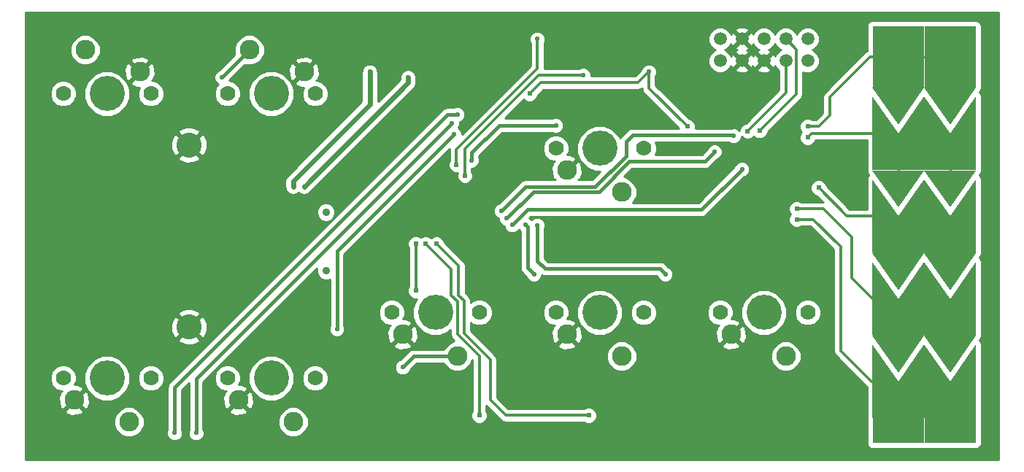
<source format=gbr>
G04 #@! TF.FileFunction,Copper,L2,Bot,Signal*
%FSLAX46Y46*%
G04 Gerber Fmt 4.6, Leading zero omitted, Abs format (unit mm)*
G04 Created by KiCad (PCBNEW 4.0.4-stable) date 10/20/17 22:24:28*
%MOMM*%
%LPD*%
G01*
G04 APERTURE LIST*
%ADD10C,0.100000*%
%ADD11C,2.921000*%
%ADD12C,1.778000*%
%ADD13C,2.286000*%
%ADD14C,4.064000*%
%ADD15C,1.500000*%
%ADD16R,6.000000X7.166666*%
%ADD17R,6.000000X4.300000*%
%ADD18C,0.900000*%
%ADD19C,0.584200*%
%ADD20C,0.609600*%
%ADD21C,0.406400*%
%ADD22C,0.304800*%
%ADD23C,0.609600*%
%ADD24C,0.228600*%
%ADD25C,0.254000*%
G04 APERTURE END LIST*
D10*
D11*
X98425000Y-112153700D03*
X98425000Y-91046300D03*
D12*
X140970000Y-110490000D03*
X151130000Y-110490000D03*
D13*
X142240000Y-113030000D03*
X148590000Y-115570000D03*
D14*
X146050000Y-110490000D03*
D12*
X160020000Y-110490000D03*
X170180000Y-110490000D03*
D13*
X161290000Y-113030000D03*
X167640000Y-115570000D03*
D14*
X165100000Y-110490000D03*
D12*
X121920000Y-110490000D03*
X132080000Y-110490000D03*
D13*
X123190000Y-113030000D03*
X129540000Y-115570000D03*
D14*
X127000000Y-110490000D03*
D15*
X160020000Y-78740000D03*
X160020000Y-81280000D03*
X162560000Y-78740000D03*
X162560000Y-81280000D03*
X165100000Y-78740000D03*
X165100000Y-81280000D03*
X167640000Y-78740000D03*
X167640000Y-81280000D03*
X170180000Y-78740000D03*
X170180000Y-81280000D03*
D16*
X186690000Y-122083333D03*
D10*
G36*
X186690000Y-118500001D02*
X183690000Y-122799999D01*
X183690000Y-114200001D01*
X186690000Y-118499999D01*
X186690000Y-118500001D01*
X186690000Y-118500001D01*
G37*
G36*
X189690000Y-122799999D02*
X186690000Y-118500001D01*
X186690000Y-118499999D01*
X189690000Y-114200001D01*
X189690000Y-122799999D01*
X189690000Y-122799999D01*
G37*
D17*
X186690000Y-111050000D03*
D10*
G36*
X186690000Y-108900001D02*
X183690000Y-113199999D01*
X183690000Y-104600001D01*
X186690000Y-108899999D01*
X186690000Y-108900001D01*
X186690000Y-108900001D01*
G37*
G36*
X189690000Y-113199999D02*
X186690000Y-108900001D01*
X186690000Y-108899999D01*
X189690000Y-104600001D01*
X189690000Y-113199999D01*
X189690000Y-113199999D01*
G37*
G36*
X186690001Y-117500000D02*
X186689999Y-117500000D01*
X183690001Y-113200000D01*
X189689999Y-113200000D01*
X186690001Y-117500000D01*
X186690001Y-117500000D01*
G37*
D17*
X186690000Y-101450000D03*
D10*
G36*
X186690000Y-99300001D02*
X183690000Y-103599999D01*
X183690000Y-95000001D01*
X186690000Y-99299999D01*
X186690000Y-99300001D01*
X186690000Y-99300001D01*
G37*
G36*
X189690000Y-103599999D02*
X186690000Y-99300001D01*
X186690000Y-99299999D01*
X189690000Y-95000001D01*
X189690000Y-103599999D01*
X189690000Y-103599999D01*
G37*
G36*
X186690001Y-107900000D02*
X186689999Y-107900000D01*
X183690001Y-103600000D01*
X189689999Y-103600000D01*
X186690001Y-107900000D01*
X186690001Y-107900000D01*
G37*
D17*
X186690000Y-91850000D03*
D10*
G36*
X186690000Y-89700001D02*
X183690000Y-93999999D01*
X183690000Y-85400001D01*
X186690000Y-89699999D01*
X186690000Y-89700001D01*
X186690000Y-89700001D01*
G37*
G36*
X189690000Y-93999999D02*
X186690000Y-89700001D01*
X186690000Y-89699999D01*
X189690000Y-85400001D01*
X189690000Y-93999999D01*
X189690000Y-93999999D01*
G37*
G36*
X186690001Y-98300000D02*
X186689999Y-98300000D01*
X183690001Y-94000000D01*
X189689999Y-94000000D01*
X186690001Y-98300000D01*
X186690001Y-98300000D01*
G37*
D16*
X186690000Y-80816667D03*
D10*
G36*
X186690001Y-88700000D02*
X186689999Y-88700000D01*
X183690001Y-84400000D01*
X189689999Y-84400000D01*
X186690001Y-88700000D01*
X186690001Y-88700000D01*
G37*
D16*
X180690000Y-122083333D03*
D10*
G36*
X180690000Y-118500001D02*
X177690000Y-122799999D01*
X177690000Y-114200001D01*
X180690000Y-118499999D01*
X180690000Y-118500001D01*
X180690000Y-118500001D01*
G37*
G36*
X183690000Y-122799999D02*
X180690000Y-118500001D01*
X180690000Y-118499999D01*
X183690000Y-114200001D01*
X183690000Y-122799999D01*
X183690000Y-122799999D01*
G37*
D17*
X180690000Y-111050000D03*
D10*
G36*
X180690000Y-108900001D02*
X177690000Y-113199999D01*
X177690000Y-104600001D01*
X180690000Y-108899999D01*
X180690000Y-108900001D01*
X180690000Y-108900001D01*
G37*
G36*
X183690000Y-113199999D02*
X180690000Y-108900001D01*
X180690000Y-108899999D01*
X183690000Y-104600001D01*
X183690000Y-113199999D01*
X183690000Y-113199999D01*
G37*
G36*
X180690001Y-117500000D02*
X180689999Y-117500000D01*
X177690001Y-113200000D01*
X183689999Y-113200000D01*
X180690001Y-117500000D01*
X180690001Y-117500000D01*
G37*
D17*
X180690000Y-101450000D03*
D10*
G36*
X180690000Y-99300001D02*
X177690000Y-103599999D01*
X177690000Y-95000001D01*
X180690000Y-99299999D01*
X180690000Y-99300001D01*
X180690000Y-99300001D01*
G37*
G36*
X183690000Y-103599999D02*
X180690000Y-99300001D01*
X180690000Y-99299999D01*
X183690000Y-95000001D01*
X183690000Y-103599999D01*
X183690000Y-103599999D01*
G37*
G36*
X180690001Y-107900000D02*
X180689999Y-107900000D01*
X177690001Y-103600000D01*
X183689999Y-103600000D01*
X180690001Y-107900000D01*
X180690001Y-107900000D01*
G37*
D17*
X180690000Y-91850000D03*
D10*
G36*
X180690000Y-89700001D02*
X177690000Y-93999999D01*
X177690000Y-85400001D01*
X180690000Y-89699999D01*
X180690000Y-89700001D01*
X180690000Y-89700001D01*
G37*
G36*
X183690000Y-93999999D02*
X180690000Y-89700001D01*
X180690000Y-89699999D01*
X183690000Y-85400001D01*
X183690000Y-93999999D01*
X183690000Y-93999999D01*
G37*
G36*
X180690001Y-98300000D02*
X180689999Y-98300000D01*
X177690001Y-94000000D01*
X183689999Y-94000000D01*
X180690001Y-98300000D01*
X180690001Y-98300000D01*
G37*
D16*
X180690000Y-80816667D03*
D10*
G36*
X180690001Y-88700000D02*
X180689999Y-88700000D01*
X177690001Y-84400000D01*
X183689999Y-84400000D01*
X180690001Y-88700000D01*
X180690001Y-88700000D01*
G37*
D12*
X93980000Y-85090000D03*
X83820000Y-85090000D03*
D13*
X92710000Y-82550000D03*
X86360000Y-80010000D03*
D14*
X88900000Y-85090000D03*
D12*
X83820000Y-118110000D03*
X93980000Y-118110000D03*
D13*
X85090000Y-120650000D03*
X91440000Y-123190000D03*
D14*
X88900000Y-118110000D03*
D12*
X102870000Y-118110000D03*
X113030000Y-118110000D03*
D13*
X104140000Y-120650000D03*
X110490000Y-123190000D03*
D14*
X107950000Y-118110000D03*
D12*
X140970000Y-91440000D03*
X151130000Y-91440000D03*
D13*
X142240000Y-93980000D03*
X148590000Y-96520000D03*
D14*
X146050000Y-91440000D03*
D12*
X113030000Y-85090000D03*
X102870000Y-85090000D03*
D13*
X111760000Y-82550000D03*
X105410000Y-80010000D03*
D14*
X107950000Y-85090000D03*
D18*
X114300000Y-105635000D03*
X114300000Y-98835000D03*
D19*
X117856000Y-81280000D03*
X132461000Y-98171000D03*
D20*
X166243000Y-90170000D03*
D19*
X138811000Y-100342700D03*
X153670000Y-106045000D03*
X131191000Y-92837000D03*
X140970000Y-88773000D03*
X137414000Y-100330000D03*
X138430000Y-106045000D03*
X129159000Y-89789000D03*
X115570000Y-112395000D03*
X128905000Y-88519000D03*
X99234000Y-124460000D03*
X129540000Y-87503000D03*
X96754000Y-124460000D03*
X138811000Y-78740000D03*
D20*
X129413000Y-93345000D03*
D19*
X144145000Y-82931000D03*
D20*
X130429000Y-94615000D03*
D19*
X151765000Y-82550000D03*
D20*
X156210000Y-88900000D03*
X137922000Y-85090000D03*
D19*
X119380000Y-82550000D03*
X110490000Y-95885000D03*
X123825000Y-83185000D03*
X111760000Y-95885000D03*
D20*
X164592000Y-89399800D03*
X124714000Y-107950000D03*
X124714000Y-102489000D03*
X132080000Y-122428000D03*
X125857000Y-102489000D03*
X144780000Y-122428000D03*
X127127000Y-102489000D03*
X168910000Y-99695000D03*
X168910000Y-98425000D03*
X171450000Y-96012000D03*
X170180000Y-90170000D03*
X170180000Y-88900000D03*
X163213410Y-89419046D03*
D19*
X159385000Y-91834538D03*
X135255000Y-99568000D03*
X161607500Y-89979500D03*
X134620000Y-98679000D03*
X162560000Y-93853000D03*
X135890000Y-100330000D03*
X123190000Y-116840000D03*
X102235000Y-83185000D03*
D21*
X138811000Y-104521000D02*
X138811000Y-100342700D01*
X139700000Y-105410000D02*
X138811000Y-104521000D01*
X153035000Y-105410000D02*
X139700000Y-105410000D01*
X153670000Y-106045000D02*
X153035000Y-105410000D01*
X131191000Y-91948000D02*
X131191000Y-92837000D01*
X134366000Y-88773000D02*
X131191000Y-91948000D01*
X140970000Y-88773000D02*
X134366000Y-88773000D01*
X137668000Y-105283000D02*
X137668000Y-100584000D01*
X137668000Y-100584000D02*
X137414000Y-100330000D01*
X138430000Y-106045000D02*
X137668000Y-105283000D01*
X115570000Y-103378000D02*
X129159000Y-89789000D01*
X115570000Y-106299000D02*
X115570000Y-103378000D01*
X115570000Y-112395000D02*
X115570000Y-106299000D01*
X99234000Y-124460000D02*
X99234000Y-118190000D01*
X99234000Y-118190000D02*
X128905000Y-88519000D01*
X96754000Y-124460000D02*
X96754000Y-122428000D01*
X96754000Y-122428000D02*
X96754000Y-121988710D01*
X129540000Y-87503000D02*
X128397000Y-87503000D01*
X128397000Y-87503000D02*
X96754000Y-119146000D01*
X96754000Y-119146000D02*
X96754000Y-122428000D01*
D22*
X138840420Y-79599580D02*
X138840420Y-78769420D01*
X138840420Y-78769420D02*
X138811000Y-78740000D01*
X138840420Y-82181700D02*
X138840420Y-79599580D01*
X129413000Y-93345000D02*
X129413000Y-91609120D01*
X129413000Y-91609120D02*
X138840420Y-82181700D01*
X130429000Y-94615000D02*
X130429000Y-91455238D01*
X130429000Y-91455238D02*
X138953238Y-82931000D01*
X138953238Y-82931000D02*
X144145000Y-82931000D01*
X151765000Y-84455000D02*
X151765000Y-82550000D01*
X139192000Y-83820000D02*
X150495000Y-83820000D01*
X150495000Y-83820000D02*
X151765000Y-82550000D01*
X156210000Y-88900000D02*
X151765000Y-84455000D01*
X139192000Y-83820000D02*
X137922000Y-85090000D01*
D23*
X119380000Y-86360000D02*
X119380000Y-82550000D01*
X110490000Y-95250000D02*
X119380000Y-86360000D01*
X110490000Y-95885000D02*
X110490000Y-95250000D01*
X111760000Y-95885000D02*
X123825000Y-83820000D01*
X123825000Y-83820000D02*
X123825000Y-83185000D01*
D22*
X167640000Y-78740000D02*
X168847201Y-79947201D01*
X168847201Y-79947201D02*
X168847201Y-85144599D01*
X168847201Y-85144599D02*
X164592000Y-89399800D01*
X124714000Y-102489000D02*
X124714000Y-107950000D01*
X132080000Y-118110000D02*
X132080000Y-122428000D01*
X132080000Y-115570000D02*
X132080000Y-118110000D01*
X129540000Y-113030000D02*
X132080000Y-115570000D01*
X129540000Y-109220000D02*
X129540000Y-113030000D01*
X128822511Y-108206621D02*
X128822511Y-108502511D01*
X128822511Y-108502511D02*
X129540000Y-109220000D01*
X125857000Y-102489000D02*
X128822511Y-105454511D01*
X128822511Y-105454511D02*
X128822511Y-108206621D01*
X134620000Y-121920000D02*
X135128000Y-122428000D01*
X135128000Y-122428000D02*
X144780000Y-122428000D01*
X133350000Y-120650000D02*
X134620000Y-121920000D01*
X133350000Y-115977882D02*
X133350000Y-120650000D01*
X130302000Y-112522000D02*
X130302000Y-112929882D01*
X130302000Y-112929882D02*
X133350000Y-115977882D01*
X130302000Y-109119882D02*
X130302000Y-112522000D01*
X129683499Y-107898676D02*
X129683499Y-108501381D01*
X129683499Y-108501381D02*
X130302000Y-109119882D01*
X129683499Y-105045499D02*
X129683499Y-107898676D01*
X127127000Y-102489000D02*
X129683499Y-105045499D01*
D24*
X180690000Y-122083333D02*
X186690000Y-122083333D01*
D22*
X170815000Y-99695000D02*
X168910000Y-99695000D01*
X173990000Y-102870000D02*
X170815000Y-99695000D01*
X173990000Y-114900000D02*
X173990000Y-102870000D01*
X179190000Y-118500000D02*
X177590000Y-118500000D01*
X177590000Y-118500000D02*
X173990000Y-114900000D01*
D24*
X180690000Y-111050000D02*
X180690000Y-115350000D01*
X180690000Y-111050000D02*
X186690000Y-111050000D01*
X186690000Y-111050000D02*
X186690000Y-115350000D01*
D22*
X175260000Y-101727000D02*
X171958000Y-98425000D01*
X171958000Y-98425000D02*
X168910000Y-98425000D01*
X175260000Y-106470000D02*
X175260000Y-101727000D01*
X180690000Y-111050000D02*
X179840000Y-111050000D01*
X179840000Y-111050000D02*
X175260000Y-106470000D01*
D24*
X180690000Y-101450000D02*
X180690000Y-100800000D01*
X180690000Y-100800000D02*
X179190000Y-99300000D01*
X179190000Y-99300000D02*
X180690000Y-101450000D01*
X180690000Y-101450000D02*
X180690000Y-105750000D01*
X180690000Y-101450000D02*
X186690000Y-101450000D01*
X186690000Y-101450000D02*
X186690000Y-105750000D01*
D22*
X179190000Y-99300000D02*
X174738000Y-99300000D01*
X174738000Y-99300000D02*
X171450000Y-96012000D01*
D24*
X180690000Y-91850000D02*
X180690000Y-96150000D01*
X180690000Y-91850000D02*
X186690000Y-91850000D01*
X186690000Y-91850000D02*
X186690000Y-96150000D01*
D22*
X179190000Y-89700000D02*
X170650000Y-89700000D01*
X170650000Y-89700000D02*
X170180000Y-90170000D01*
D24*
X180690000Y-80816667D02*
X180690000Y-86550000D01*
X180690000Y-80816667D02*
X186690000Y-80816667D01*
X186690000Y-80816667D02*
X186690000Y-86550000D01*
D22*
X171450000Y-88900000D02*
X170180000Y-88900000D01*
X172720000Y-87630000D02*
X171450000Y-88900000D01*
X172720000Y-85481867D02*
X172720000Y-87630000D01*
X180690000Y-80816667D02*
X177385200Y-80816667D01*
X177385200Y-80816667D02*
X172720000Y-85481867D01*
X167640000Y-81280000D02*
X167640000Y-84992456D01*
X167640000Y-84992456D02*
X163213410Y-89419046D01*
D21*
X135255000Y-99568000D02*
X138379190Y-96443810D01*
X138379190Y-96443810D02*
X145999190Y-96443810D01*
X145999190Y-96443810D02*
X149479000Y-92964000D01*
X149479000Y-92964000D02*
X158255538Y-92964000D01*
X158255538Y-92964000D02*
X159385000Y-91834538D01*
X134620000Y-98679000D02*
X137414000Y-95885000D01*
X137414000Y-95885000D02*
X145519650Y-95885000D01*
X145519650Y-95885000D02*
X149098000Y-92306650D01*
X149098000Y-92306650D02*
X149098000Y-90678000D01*
X149098000Y-90678000D02*
X149860000Y-89916000D01*
X149860000Y-89916000D02*
X161544000Y-89916000D01*
X161544000Y-89916000D02*
X161607500Y-89979500D01*
X145923000Y-98552000D02*
X157861000Y-98552000D01*
X157861000Y-98552000D02*
X162560000Y-93853000D01*
X137668000Y-98552000D02*
X145923000Y-98552000D01*
X135890000Y-100330000D02*
X137668000Y-98552000D01*
X123190000Y-116840000D02*
X124460000Y-115570000D01*
X124460000Y-115570000D02*
X129540000Y-115570000D01*
X105410000Y-80010000D02*
X102235000Y-83185000D01*
D25*
G36*
X192330000Y-127560000D02*
X79450000Y-127560000D01*
X79450000Y-123542114D01*
X89661692Y-123542114D01*
X89931806Y-124195840D01*
X90431529Y-124696436D01*
X91084782Y-124967691D01*
X91792114Y-124968308D01*
X92445840Y-124698194D01*
X92500526Y-124643603D01*
X95826739Y-124643603D01*
X95967585Y-124984474D01*
X96228154Y-125245499D01*
X96568779Y-125386939D01*
X96937603Y-125387261D01*
X97278474Y-125246415D01*
X97539499Y-124985846D01*
X97680939Y-124645221D01*
X97681261Y-124276397D01*
X97592200Y-124060854D01*
X97592200Y-119493194D01*
X98395800Y-118689594D01*
X98395800Y-124061072D01*
X98307061Y-124274779D01*
X98306739Y-124643603D01*
X98447585Y-124984474D01*
X98708154Y-125245499D01*
X99048779Y-125386939D01*
X99417603Y-125387261D01*
X99758474Y-125246415D01*
X100019499Y-124985846D01*
X100160939Y-124645221D01*
X100161261Y-124276397D01*
X100072200Y-124060854D01*
X100072200Y-123542114D01*
X108711692Y-123542114D01*
X108981806Y-124195840D01*
X109481529Y-124696436D01*
X110134782Y-124967691D01*
X110842114Y-124968308D01*
X111495840Y-124698194D01*
X111996436Y-124198471D01*
X112267691Y-123545218D01*
X112268308Y-122837886D01*
X111998194Y-122184160D01*
X111498471Y-121683564D01*
X110845218Y-121412309D01*
X110137886Y-121411692D01*
X109484160Y-121681806D01*
X108983564Y-122181529D01*
X108712309Y-122834782D01*
X108711692Y-123542114D01*
X100072200Y-123542114D01*
X100072200Y-121905963D01*
X103063642Y-121905963D01*
X103179806Y-122187658D01*
X103841333Y-122438062D01*
X104548329Y-122416249D01*
X105100194Y-122187658D01*
X105216358Y-121905963D01*
X104140000Y-120829605D01*
X103063642Y-121905963D01*
X100072200Y-121905963D01*
X100072200Y-118537194D01*
X100197582Y-118411812D01*
X101345736Y-118411812D01*
X101577262Y-118972149D01*
X102005596Y-119401231D01*
X102565528Y-119633735D01*
X102737948Y-119633885D01*
X102602342Y-119689806D01*
X102351938Y-120351333D01*
X102373751Y-121058329D01*
X102602342Y-121610194D01*
X102884037Y-121726358D01*
X103960395Y-120650000D01*
X104319605Y-120650000D01*
X105395963Y-121726358D01*
X105677658Y-121610194D01*
X105928062Y-120948667D01*
X105906249Y-120241671D01*
X105677658Y-119689806D01*
X105395963Y-119573642D01*
X104319605Y-120650000D01*
X103960395Y-120650000D01*
X103946253Y-120635858D01*
X104125858Y-120456253D01*
X104140000Y-120470395D01*
X105216358Y-119394037D01*
X105100194Y-119112342D01*
X104438667Y-118861938D01*
X104204937Y-118869149D01*
X104300846Y-118638172D01*
X105282538Y-118638172D01*
X105687709Y-119618761D01*
X106437293Y-120369655D01*
X107417173Y-120776536D01*
X108478172Y-120777462D01*
X109458761Y-120372291D01*
X110209655Y-119622707D01*
X110616536Y-118642827D01*
X110616737Y-118411812D01*
X111505736Y-118411812D01*
X111737262Y-118972149D01*
X112165596Y-119401231D01*
X112725528Y-119633735D01*
X113331812Y-119634264D01*
X113892149Y-119402738D01*
X114321231Y-118974404D01*
X114553735Y-118414472D01*
X114554264Y-117808188D01*
X114322738Y-117247851D01*
X114098881Y-117023603D01*
X122262739Y-117023603D01*
X122403585Y-117364474D01*
X122664154Y-117625499D01*
X123004779Y-117766939D01*
X123373603Y-117767261D01*
X123714474Y-117626415D01*
X123975499Y-117365846D01*
X124064936Y-117150458D01*
X124807194Y-116408200D01*
X127962539Y-116408200D01*
X128031806Y-116575840D01*
X128531529Y-117076436D01*
X129184782Y-117347691D01*
X129892114Y-117348308D01*
X130545840Y-117078194D01*
X131046436Y-116578471D01*
X131292600Y-115985644D01*
X131292600Y-121886107D01*
X131283741Y-121894951D01*
X131140363Y-122240242D01*
X131140037Y-122614118D01*
X131282812Y-122959659D01*
X131546951Y-123224259D01*
X131892242Y-123367637D01*
X132266118Y-123367963D01*
X132611659Y-123225188D01*
X132876259Y-122961049D01*
X133019637Y-122615758D01*
X133019963Y-122241882D01*
X132877188Y-121896341D01*
X132867400Y-121886536D01*
X132867400Y-121280952D01*
X134571224Y-122984776D01*
X134826675Y-123155463D01*
X135128000Y-123215400D01*
X144238107Y-123215400D01*
X144246951Y-123224259D01*
X144592242Y-123367637D01*
X144966118Y-123367963D01*
X145311659Y-123225188D01*
X145576259Y-122961049D01*
X145719637Y-122615758D01*
X145719963Y-122241882D01*
X145577188Y-121896341D01*
X145313049Y-121631741D01*
X144967758Y-121488363D01*
X144593882Y-121488037D01*
X144248341Y-121630812D01*
X144238536Y-121640600D01*
X135454152Y-121640600D01*
X134137400Y-120323848D01*
X134137400Y-115977882D01*
X134126308Y-115922114D01*
X146811692Y-115922114D01*
X147081806Y-116575840D01*
X147581529Y-117076436D01*
X148234782Y-117347691D01*
X148942114Y-117348308D01*
X149595840Y-117078194D01*
X150096436Y-116578471D01*
X150367691Y-115925218D01*
X150367693Y-115922114D01*
X165861692Y-115922114D01*
X166131806Y-116575840D01*
X166631529Y-117076436D01*
X167284782Y-117347691D01*
X167992114Y-117348308D01*
X168645840Y-117078194D01*
X169146436Y-116578471D01*
X169417691Y-115925218D01*
X169418308Y-115217886D01*
X169148194Y-114564160D01*
X168648471Y-114063564D01*
X167995218Y-113792309D01*
X167287886Y-113791692D01*
X166634160Y-114061806D01*
X166133564Y-114561529D01*
X165862309Y-115214782D01*
X165861692Y-115922114D01*
X150367693Y-115922114D01*
X150368308Y-115217886D01*
X150098194Y-114564160D01*
X149820483Y-114285963D01*
X160213642Y-114285963D01*
X160329806Y-114567658D01*
X160991333Y-114818062D01*
X161698329Y-114796249D01*
X162250194Y-114567658D01*
X162366358Y-114285963D01*
X161290000Y-113209605D01*
X160213642Y-114285963D01*
X149820483Y-114285963D01*
X149598471Y-114063564D01*
X148945218Y-113792309D01*
X148237886Y-113791692D01*
X147584160Y-114061806D01*
X147083564Y-114561529D01*
X146812309Y-115214782D01*
X146811692Y-115922114D01*
X134126308Y-115922114D01*
X134077463Y-115676557D01*
X133906776Y-115421106D01*
X132771633Y-114285963D01*
X141163642Y-114285963D01*
X141279806Y-114567658D01*
X141941333Y-114818062D01*
X142648329Y-114796249D01*
X143200194Y-114567658D01*
X143316358Y-114285963D01*
X142240000Y-113209605D01*
X141163642Y-114285963D01*
X132771633Y-114285963D01*
X131089400Y-112603730D01*
X131089400Y-111654815D01*
X131215596Y-111781231D01*
X131775528Y-112013735D01*
X132381812Y-112014264D01*
X132942149Y-111782738D01*
X133371231Y-111354404D01*
X133603735Y-110794472D01*
X133603737Y-110791812D01*
X139445736Y-110791812D01*
X139677262Y-111352149D01*
X140105596Y-111781231D01*
X140665528Y-112013735D01*
X140837948Y-112013885D01*
X140702342Y-112069806D01*
X140451938Y-112731333D01*
X140473751Y-113438329D01*
X140702342Y-113990194D01*
X140984037Y-114106358D01*
X142060395Y-113030000D01*
X142419605Y-113030000D01*
X143495963Y-114106358D01*
X143777658Y-113990194D01*
X144028062Y-113328667D01*
X144006249Y-112621671D01*
X143777658Y-112069806D01*
X143495963Y-111953642D01*
X142419605Y-113030000D01*
X142060395Y-113030000D01*
X142046253Y-113015858D01*
X142225858Y-112836253D01*
X142240000Y-112850395D01*
X143316358Y-111774037D01*
X143200194Y-111492342D01*
X142538667Y-111241938D01*
X142304937Y-111249149D01*
X142400846Y-111018172D01*
X143382538Y-111018172D01*
X143787709Y-111998761D01*
X144537293Y-112749655D01*
X145517173Y-113156536D01*
X146578172Y-113157462D01*
X147558761Y-112752291D01*
X148309655Y-112002707D01*
X148716536Y-111022827D01*
X148716737Y-110791812D01*
X149605736Y-110791812D01*
X149837262Y-111352149D01*
X150265596Y-111781231D01*
X150825528Y-112013735D01*
X151431812Y-112014264D01*
X151992149Y-111782738D01*
X152421231Y-111354404D01*
X152653735Y-110794472D01*
X152653737Y-110791812D01*
X158495736Y-110791812D01*
X158727262Y-111352149D01*
X159155596Y-111781231D01*
X159715528Y-112013735D01*
X159887948Y-112013885D01*
X159752342Y-112069806D01*
X159501938Y-112731333D01*
X159523751Y-113438329D01*
X159752342Y-113990194D01*
X160034037Y-114106358D01*
X161110395Y-113030000D01*
X161469605Y-113030000D01*
X162545963Y-114106358D01*
X162827658Y-113990194D01*
X163078062Y-113328667D01*
X163056249Y-112621671D01*
X162827658Y-112069806D01*
X162545963Y-111953642D01*
X161469605Y-113030000D01*
X161110395Y-113030000D01*
X161096253Y-113015858D01*
X161275858Y-112836253D01*
X161290000Y-112850395D01*
X162366358Y-111774037D01*
X162250194Y-111492342D01*
X161588667Y-111241938D01*
X161354937Y-111249149D01*
X161450846Y-111018172D01*
X162432538Y-111018172D01*
X162837709Y-111998761D01*
X163587293Y-112749655D01*
X164567173Y-113156536D01*
X165628172Y-113157462D01*
X166608761Y-112752291D01*
X167359655Y-112002707D01*
X167766536Y-111022827D01*
X167766737Y-110791812D01*
X168655736Y-110791812D01*
X168887262Y-111352149D01*
X169315596Y-111781231D01*
X169875528Y-112013735D01*
X170481812Y-112014264D01*
X171042149Y-111782738D01*
X171471231Y-111354404D01*
X171703735Y-110794472D01*
X171704264Y-110188188D01*
X171472738Y-109627851D01*
X171044404Y-109198769D01*
X170484472Y-108966265D01*
X169878188Y-108965736D01*
X169317851Y-109197262D01*
X168888769Y-109625596D01*
X168656265Y-110185528D01*
X168655736Y-110791812D01*
X167766737Y-110791812D01*
X167767462Y-109961828D01*
X167362291Y-108981239D01*
X166612707Y-108230345D01*
X165632827Y-107823464D01*
X164571828Y-107822538D01*
X163591239Y-108227709D01*
X162840345Y-108977293D01*
X162433464Y-109957173D01*
X162432538Y-111018172D01*
X161450846Y-111018172D01*
X161543735Y-110794472D01*
X161544264Y-110188188D01*
X161312738Y-109627851D01*
X160884404Y-109198769D01*
X160324472Y-108966265D01*
X159718188Y-108965736D01*
X159157851Y-109197262D01*
X158728769Y-109625596D01*
X158496265Y-110185528D01*
X158495736Y-110791812D01*
X152653737Y-110791812D01*
X152654264Y-110188188D01*
X152422738Y-109627851D01*
X151994404Y-109198769D01*
X151434472Y-108966265D01*
X150828188Y-108965736D01*
X150267851Y-109197262D01*
X149838769Y-109625596D01*
X149606265Y-110185528D01*
X149605736Y-110791812D01*
X148716737Y-110791812D01*
X148717462Y-109961828D01*
X148312291Y-108981239D01*
X147562707Y-108230345D01*
X146582827Y-107823464D01*
X145521828Y-107822538D01*
X144541239Y-108227709D01*
X143790345Y-108977293D01*
X143383464Y-109957173D01*
X143382538Y-111018172D01*
X142400846Y-111018172D01*
X142493735Y-110794472D01*
X142494264Y-110188188D01*
X142262738Y-109627851D01*
X141834404Y-109198769D01*
X141274472Y-108966265D01*
X140668188Y-108965736D01*
X140107851Y-109197262D01*
X139678769Y-109625596D01*
X139446265Y-110185528D01*
X139445736Y-110791812D01*
X133603737Y-110791812D01*
X133604264Y-110188188D01*
X133372738Y-109627851D01*
X132944404Y-109198769D01*
X132384472Y-108966265D01*
X131778188Y-108965736D01*
X131217851Y-109197262D01*
X131089400Y-109325489D01*
X131089400Y-109119887D01*
X131089401Y-109119882D01*
X131029463Y-108818557D01*
X130858776Y-108563106D01*
X130470899Y-108175229D01*
X130470899Y-105045499D01*
X130410962Y-104744174D01*
X130240275Y-104488723D01*
X128066952Y-102315400D01*
X128066963Y-102302882D01*
X127924188Y-101957341D01*
X127660049Y-101692741D01*
X127314758Y-101549363D01*
X126940882Y-101549037D01*
X126595341Y-101691812D01*
X126492052Y-101794922D01*
X126390049Y-101692741D01*
X126044758Y-101549363D01*
X125670882Y-101549037D01*
X125325341Y-101691812D01*
X125285662Y-101731422D01*
X125247049Y-101692741D01*
X124901758Y-101549363D01*
X124527882Y-101549037D01*
X124182341Y-101691812D01*
X123917741Y-101955951D01*
X123774363Y-102301242D01*
X123774037Y-102675118D01*
X123916812Y-103020659D01*
X123926600Y-103030464D01*
X123926600Y-107408107D01*
X123917741Y-107416951D01*
X123774363Y-107762242D01*
X123774037Y-108136118D01*
X123916812Y-108481659D01*
X124180951Y-108746259D01*
X124526242Y-108889637D01*
X124827891Y-108889900D01*
X124740345Y-108977293D01*
X124333464Y-109957173D01*
X124332538Y-111018172D01*
X124737709Y-111998761D01*
X125487293Y-112749655D01*
X126467173Y-113156536D01*
X127528172Y-113157462D01*
X128508761Y-112752291D01*
X128752600Y-112508877D01*
X128752600Y-113030000D01*
X128812537Y-113331325D01*
X128983224Y-113586776D01*
X129188140Y-113791692D01*
X128534160Y-114061806D01*
X128033564Y-114561529D01*
X127962861Y-114731800D01*
X124460000Y-114731800D01*
X124139234Y-114795604D01*
X123867303Y-114977303D01*
X122879387Y-115965219D01*
X122665526Y-116053585D01*
X122404501Y-116314154D01*
X122263061Y-116654779D01*
X122262739Y-117023603D01*
X114098881Y-117023603D01*
X113894404Y-116818769D01*
X113334472Y-116586265D01*
X112728188Y-116585736D01*
X112167851Y-116817262D01*
X111738769Y-117245596D01*
X111506265Y-117805528D01*
X111505736Y-118411812D01*
X110616737Y-118411812D01*
X110617462Y-117581828D01*
X110212291Y-116601239D01*
X109462707Y-115850345D01*
X108482827Y-115443464D01*
X107421828Y-115442538D01*
X106441239Y-115847709D01*
X105690345Y-116597293D01*
X105283464Y-117577173D01*
X105282538Y-118638172D01*
X104300846Y-118638172D01*
X104393735Y-118414472D01*
X104394264Y-117808188D01*
X104162738Y-117247851D01*
X103734404Y-116818769D01*
X103174472Y-116586265D01*
X102568188Y-116585736D01*
X102007851Y-116817262D01*
X101578769Y-117245596D01*
X101346265Y-117805528D01*
X101345736Y-118411812D01*
X100197582Y-118411812D01*
X104323431Y-114285963D01*
X122113642Y-114285963D01*
X122229806Y-114567658D01*
X122891333Y-114818062D01*
X123598329Y-114796249D01*
X124150194Y-114567658D01*
X124266358Y-114285963D01*
X123190000Y-113209605D01*
X122113642Y-114285963D01*
X104323431Y-114285963D01*
X113232251Y-105377143D01*
X113215189Y-105418233D01*
X113214812Y-105849873D01*
X113379646Y-106248800D01*
X113684595Y-106554282D01*
X114083233Y-106719811D01*
X114514873Y-106720188D01*
X114731800Y-106630555D01*
X114731800Y-111996072D01*
X114643061Y-112209779D01*
X114642739Y-112578603D01*
X114783585Y-112919474D01*
X115044154Y-113180499D01*
X115384779Y-113321939D01*
X115753603Y-113322261D01*
X116094474Y-113181415D01*
X116355499Y-112920846D01*
X116496939Y-112580221D01*
X116497261Y-112211397D01*
X116408200Y-111995854D01*
X116408200Y-110791812D01*
X120395736Y-110791812D01*
X120627262Y-111352149D01*
X121055596Y-111781231D01*
X121615528Y-112013735D01*
X121787948Y-112013885D01*
X121652342Y-112069806D01*
X121401938Y-112731333D01*
X121423751Y-113438329D01*
X121652342Y-113990194D01*
X121934037Y-114106358D01*
X123010395Y-113030000D01*
X123369605Y-113030000D01*
X124445963Y-114106358D01*
X124727658Y-113990194D01*
X124978062Y-113328667D01*
X124956249Y-112621671D01*
X124727658Y-112069806D01*
X124445963Y-111953642D01*
X123369605Y-113030000D01*
X123010395Y-113030000D01*
X122996253Y-113015858D01*
X123175858Y-112836253D01*
X123190000Y-112850395D01*
X124266358Y-111774037D01*
X124150194Y-111492342D01*
X123488667Y-111241938D01*
X123254937Y-111249149D01*
X123443735Y-110794472D01*
X123444264Y-110188188D01*
X123212738Y-109627851D01*
X122784404Y-109198769D01*
X122224472Y-108966265D01*
X121618188Y-108965736D01*
X121057851Y-109197262D01*
X120628769Y-109625596D01*
X120396265Y-110185528D01*
X120395736Y-110791812D01*
X116408200Y-110791812D01*
X116408200Y-103725194D01*
X128650759Y-91482635D01*
X128625600Y-91609120D01*
X128625600Y-92803107D01*
X128616741Y-92811951D01*
X128473363Y-93157242D01*
X128473037Y-93531118D01*
X128615812Y-93876659D01*
X128879951Y-94141259D01*
X129225242Y-94284637D01*
X129548461Y-94284919D01*
X129489363Y-94427242D01*
X129489037Y-94801118D01*
X129631812Y-95146659D01*
X129895951Y-95411259D01*
X130241242Y-95554637D01*
X130615118Y-95554963D01*
X130960659Y-95412188D01*
X131225259Y-95148049D01*
X131368637Y-94802758D01*
X131368963Y-94428882D01*
X131226188Y-94083341D01*
X131216400Y-94073536D01*
X131216400Y-93764123D01*
X131374603Y-93764261D01*
X131715474Y-93623415D01*
X131976499Y-93362846D01*
X132117939Y-93022221D01*
X132118261Y-92653397D01*
X132029200Y-92437854D01*
X132029200Y-92295194D01*
X134713194Y-89611200D01*
X140571072Y-89611200D01*
X140784779Y-89699939D01*
X141153603Y-89700261D01*
X141494474Y-89559415D01*
X141755499Y-89298846D01*
X141896939Y-88958221D01*
X141897261Y-88589397D01*
X141756415Y-88248526D01*
X141495846Y-87987501D01*
X141155221Y-87846061D01*
X140786397Y-87845739D01*
X140570854Y-87934800D01*
X135062990Y-87934800D01*
X137250362Y-85747428D01*
X137388951Y-85886259D01*
X137734242Y-86029637D01*
X138108118Y-86029963D01*
X138453659Y-85887188D01*
X138718259Y-85623049D01*
X138861637Y-85277758D01*
X138861649Y-85263903D01*
X139518152Y-84607400D01*
X150495000Y-84607400D01*
X150796325Y-84547463D01*
X150977600Y-84426339D01*
X150977600Y-84455000D01*
X151037537Y-84756325D01*
X151208224Y-85011776D01*
X155270048Y-89073600D01*
X155270044Y-89077800D01*
X149860000Y-89077800D01*
X149539235Y-89141604D01*
X149267303Y-89323303D01*
X148505303Y-90085303D01*
X148425375Y-90204923D01*
X148312291Y-89931239D01*
X147562707Y-89180345D01*
X146582827Y-88773464D01*
X145521828Y-88772538D01*
X144541239Y-89177709D01*
X143790345Y-89927293D01*
X143383464Y-90907173D01*
X143382538Y-91968172D01*
X143787709Y-92948761D01*
X144537293Y-93699655D01*
X145517173Y-94106536D01*
X146112201Y-94107055D01*
X145172456Y-95046800D01*
X143519141Y-95046800D01*
X143777658Y-94940194D01*
X144028062Y-94278667D01*
X144006249Y-93571671D01*
X143777658Y-93019806D01*
X143495963Y-92903642D01*
X142419605Y-93980000D01*
X142433748Y-93994143D01*
X142254143Y-94173748D01*
X142240000Y-94159605D01*
X142225858Y-94173748D01*
X142046253Y-93994143D01*
X142060395Y-93980000D01*
X142046253Y-93965858D01*
X142225858Y-93786253D01*
X142240000Y-93800395D01*
X143316358Y-92724037D01*
X143200194Y-92442342D01*
X142538667Y-92191938D01*
X142304937Y-92199149D01*
X142493735Y-91744472D01*
X142494264Y-91138188D01*
X142262738Y-90577851D01*
X141834404Y-90148769D01*
X141274472Y-89916265D01*
X140668188Y-89915736D01*
X140107851Y-90147262D01*
X139678769Y-90575596D01*
X139446265Y-91135528D01*
X139445736Y-91741812D01*
X139677262Y-92302149D01*
X140105596Y-92731231D01*
X140665528Y-92963735D01*
X140837948Y-92963885D01*
X140702342Y-93019806D01*
X140451938Y-93681333D01*
X140473751Y-94388329D01*
X140702342Y-94940194D01*
X140960859Y-95046800D01*
X137414000Y-95046800D01*
X137093235Y-95110604D01*
X136821303Y-95292303D01*
X134309387Y-97804219D01*
X134095526Y-97892585D01*
X133834501Y-98153154D01*
X133693061Y-98493779D01*
X133692739Y-98862603D01*
X133833585Y-99203474D01*
X134094154Y-99464499D01*
X134327905Y-99561561D01*
X134327739Y-99751603D01*
X134468585Y-100092474D01*
X134729154Y-100353499D01*
X134962794Y-100450515D01*
X134962739Y-100513603D01*
X135103585Y-100854474D01*
X135364154Y-101115499D01*
X135704779Y-101256939D01*
X136073603Y-101257261D01*
X136414474Y-101116415D01*
X136652186Y-100879118D01*
X136829800Y-101057043D01*
X136829800Y-105283000D01*
X136893604Y-105603766D01*
X137075303Y-105875697D01*
X137555219Y-106355613D01*
X137643585Y-106569474D01*
X137904154Y-106830499D01*
X138244779Y-106971939D01*
X138613603Y-106972261D01*
X138954474Y-106831415D01*
X139215499Y-106570846D01*
X139356939Y-106230221D01*
X139356992Y-106169534D01*
X139379235Y-106184396D01*
X139700000Y-106248200D01*
X152687806Y-106248200D01*
X152795219Y-106355613D01*
X152883585Y-106569474D01*
X153144154Y-106830499D01*
X153484779Y-106971939D01*
X153853603Y-106972261D01*
X154194474Y-106831415D01*
X154455499Y-106570846D01*
X154596939Y-106230221D01*
X154597261Y-105861397D01*
X154456415Y-105520526D01*
X154195846Y-105259501D01*
X153980458Y-105170064D01*
X153627697Y-104817303D01*
X153355766Y-104635604D01*
X153035000Y-104571800D01*
X140047194Y-104571800D01*
X139649200Y-104173806D01*
X139649200Y-100741628D01*
X139737939Y-100527921D01*
X139738261Y-100159097D01*
X139597415Y-99818226D01*
X139336846Y-99557201D01*
X138996221Y-99415761D01*
X138627397Y-99415439D01*
X138286526Y-99556285D01*
X138118775Y-99723743D01*
X137939846Y-99544501D01*
X137884058Y-99521336D01*
X138015194Y-99390200D01*
X157861000Y-99390200D01*
X158181766Y-99326396D01*
X158453697Y-99144697D01*
X158987276Y-98611118D01*
X167970037Y-98611118D01*
X168112812Y-98956659D01*
X168215922Y-99059948D01*
X168113741Y-99161951D01*
X167970363Y-99507242D01*
X167970037Y-99881118D01*
X168112812Y-100226659D01*
X168376951Y-100491259D01*
X168722242Y-100634637D01*
X169096118Y-100634963D01*
X169441659Y-100492188D01*
X169451464Y-100482400D01*
X170488848Y-100482400D01*
X173202600Y-103196152D01*
X173202600Y-114900000D01*
X173262537Y-115201325D01*
X173433224Y-115456776D01*
X177033224Y-119056776D01*
X177042560Y-119063014D01*
X177042560Y-125666666D01*
X177086838Y-125901983D01*
X177225910Y-126118107D01*
X177438110Y-126263097D01*
X177690000Y-126314106D01*
X189690000Y-126314106D01*
X189925317Y-126269828D01*
X190141441Y-126130756D01*
X190286431Y-125918556D01*
X190337440Y-125666666D01*
X190337440Y-114200001D01*
X190247172Y-113870246D01*
X190114435Y-113723171D01*
X190220982Y-113570453D01*
X190235486Y-113526451D01*
X190286431Y-113451890D01*
X190328442Y-113244433D01*
X190337192Y-113217887D01*
X190335633Y-113208923D01*
X190337440Y-113200000D01*
X190337440Y-104600001D01*
X190247172Y-104270246D01*
X190114435Y-104123171D01*
X190220982Y-103970453D01*
X190235486Y-103926451D01*
X190286431Y-103851890D01*
X190328442Y-103644433D01*
X190337192Y-103617887D01*
X190335633Y-103608923D01*
X190337440Y-103600000D01*
X190337440Y-95000001D01*
X190247172Y-94670246D01*
X190114435Y-94523171D01*
X190220982Y-94370453D01*
X190235486Y-94326451D01*
X190286431Y-94251890D01*
X190328442Y-94044433D01*
X190337192Y-94017887D01*
X190335633Y-94008923D01*
X190337440Y-94000000D01*
X190337440Y-85400001D01*
X190247172Y-85070246D01*
X190114435Y-84923171D01*
X190220982Y-84770453D01*
X190235486Y-84726451D01*
X190286431Y-84651890D01*
X190328442Y-84444433D01*
X190337192Y-84417887D01*
X190335633Y-84408923D01*
X190337440Y-84400000D01*
X190337440Y-77233334D01*
X190293162Y-76998017D01*
X190154090Y-76781893D01*
X189941890Y-76636903D01*
X189690000Y-76585894D01*
X177690000Y-76585894D01*
X177454683Y-76630172D01*
X177238559Y-76769244D01*
X177093569Y-76981444D01*
X177042560Y-77233334D01*
X177042560Y-80116810D01*
X176828424Y-80259891D01*
X172163224Y-84925091D01*
X171992537Y-85180542D01*
X171932600Y-85481867D01*
X171932600Y-87303848D01*
X171123848Y-88112600D01*
X170721893Y-88112600D01*
X170713049Y-88103741D01*
X170367758Y-87960363D01*
X169993882Y-87960037D01*
X169648341Y-88102812D01*
X169383741Y-88366951D01*
X169240363Y-88712242D01*
X169240037Y-89086118D01*
X169382812Y-89431659D01*
X169485922Y-89534948D01*
X169383741Y-89636951D01*
X169240363Y-89982242D01*
X169240037Y-90356118D01*
X169382812Y-90701659D01*
X169646951Y-90966259D01*
X169992242Y-91109637D01*
X170366118Y-91109963D01*
X170711659Y-90967188D01*
X170976259Y-90703049D01*
X171065805Y-90487400D01*
X177042560Y-90487400D01*
X177042560Y-94000000D01*
X177056114Y-94072032D01*
X177056725Y-94134684D01*
X177076462Y-94180176D01*
X177086838Y-94235317D01*
X177121886Y-94289784D01*
X177132828Y-94329754D01*
X177149259Y-94347960D01*
X177159018Y-94370453D01*
X177263332Y-94519970D01*
X177238559Y-94535911D01*
X177093569Y-94748111D01*
X177042560Y-95000001D01*
X177042560Y-98512600D01*
X175064152Y-98512600D01*
X172389952Y-95838400D01*
X172389963Y-95825882D01*
X172247188Y-95480341D01*
X171983049Y-95215741D01*
X171637758Y-95072363D01*
X171263882Y-95072037D01*
X170918341Y-95214812D01*
X170653741Y-95478951D01*
X170510363Y-95824242D01*
X170510037Y-96198118D01*
X170652812Y-96543659D01*
X170916951Y-96808259D01*
X171262242Y-96951637D01*
X171276097Y-96951649D01*
X171963053Y-97638605D01*
X171958000Y-97637600D01*
X169451893Y-97637600D01*
X169443049Y-97628741D01*
X169097758Y-97485363D01*
X168723882Y-97485037D01*
X168378341Y-97627812D01*
X168113741Y-97891951D01*
X167970363Y-98237242D01*
X167970037Y-98611118D01*
X158987276Y-98611118D01*
X162870613Y-94727781D01*
X163084474Y-94639415D01*
X163345499Y-94378846D01*
X163486939Y-94038221D01*
X163487261Y-93669397D01*
X163346415Y-93328526D01*
X163085846Y-93067501D01*
X162745221Y-92926061D01*
X162376397Y-92925739D01*
X162035526Y-93066585D01*
X161774501Y-93327154D01*
X161685064Y-93542542D01*
X157513806Y-97713800D01*
X149910783Y-97713800D01*
X150096436Y-97528471D01*
X150367691Y-96875218D01*
X150368308Y-96167886D01*
X150098194Y-95514160D01*
X149598471Y-95013564D01*
X148945218Y-94742309D01*
X148886137Y-94742257D01*
X149826194Y-93802200D01*
X158255538Y-93802200D01*
X158576304Y-93738396D01*
X158848235Y-93556697D01*
X159695613Y-92709319D01*
X159909474Y-92620953D01*
X160170499Y-92360384D01*
X160311939Y-92019759D01*
X160312261Y-91650935D01*
X160171415Y-91310064D01*
X159910846Y-91049039D01*
X159570221Y-90907599D01*
X159201397Y-90907277D01*
X158860526Y-91048123D01*
X158599501Y-91308692D01*
X158510064Y-91524080D01*
X157908344Y-92125800D01*
X152495394Y-92125800D01*
X152653735Y-91744472D01*
X152654264Y-91138188D01*
X152495604Y-90754200D01*
X161070874Y-90754200D01*
X161081654Y-90764999D01*
X161422279Y-90906439D01*
X161791103Y-90906761D01*
X162131974Y-90765915D01*
X162392999Y-90505346D01*
X162534439Y-90164721D01*
X162534522Y-90069212D01*
X162680361Y-90215305D01*
X163025652Y-90358683D01*
X163399528Y-90359009D01*
X163745069Y-90216234D01*
X163912371Y-90049223D01*
X164058951Y-90196059D01*
X164404242Y-90339437D01*
X164778118Y-90339763D01*
X165123659Y-90196988D01*
X165388259Y-89932849D01*
X165531637Y-89587558D01*
X165531649Y-89573703D01*
X169403977Y-85701375D01*
X169574664Y-85445924D01*
X169634601Y-85144599D01*
X169634601Y-82553186D01*
X169903298Y-82664759D01*
X170454285Y-82665240D01*
X170963515Y-82454831D01*
X171353461Y-82065564D01*
X171564759Y-81556702D01*
X171565240Y-81005715D01*
X171354831Y-80496485D01*
X170965564Y-80106539D01*
X170733130Y-80010024D01*
X170963515Y-79914831D01*
X171353461Y-79525564D01*
X171564759Y-79016702D01*
X171565240Y-78465715D01*
X171354831Y-77956485D01*
X170965564Y-77566539D01*
X170456702Y-77355241D01*
X169905715Y-77354760D01*
X169396485Y-77565169D01*
X169006539Y-77954436D01*
X168910024Y-78186870D01*
X168814831Y-77956485D01*
X168425564Y-77566539D01*
X167916702Y-77355241D01*
X167365715Y-77354760D01*
X166856485Y-77565169D01*
X166466539Y-77954436D01*
X166370024Y-78186870D01*
X166274831Y-77956485D01*
X165885564Y-77566539D01*
X165376702Y-77355241D01*
X164825715Y-77354760D01*
X164316485Y-77565169D01*
X163926539Y-77954436D01*
X163836623Y-78170979D01*
X163772460Y-78016077D01*
X163531517Y-77948088D01*
X162739605Y-78740000D01*
X163531517Y-79531912D01*
X163772460Y-79463923D01*
X163831732Y-79297379D01*
X163925169Y-79523515D01*
X164314436Y-79913461D01*
X164530979Y-80003377D01*
X164376077Y-80067540D01*
X164308088Y-80308483D01*
X165100000Y-81100395D01*
X165891912Y-80308483D01*
X165823923Y-80067540D01*
X165657379Y-80008268D01*
X165883515Y-79914831D01*
X166273461Y-79525564D01*
X166369976Y-79293130D01*
X166465169Y-79523515D01*
X166854436Y-79913461D01*
X167086870Y-80009976D01*
X166856485Y-80105169D01*
X166466539Y-80494436D01*
X166376623Y-80710979D01*
X166312460Y-80556077D01*
X166071517Y-80488088D01*
X165279605Y-81280000D01*
X166071517Y-82071912D01*
X166312460Y-82003923D01*
X166371732Y-81837379D01*
X166465169Y-82063515D01*
X166852600Y-82451622D01*
X166852600Y-84666304D01*
X163039810Y-88479094D01*
X163027292Y-88479083D01*
X162681751Y-88621858D01*
X162417151Y-88885997D01*
X162273773Y-89231288D01*
X162273683Y-89334584D01*
X162133346Y-89194001D01*
X161792721Y-89052561D01*
X161423897Y-89052239D01*
X161362035Y-89077800D01*
X157149646Y-89077800D01*
X157149963Y-88713882D01*
X157007188Y-88368341D01*
X156743049Y-88103741D01*
X156397758Y-87960363D01*
X156383903Y-87960351D01*
X152552400Y-84128848D01*
X152552400Y-83071268D01*
X152691939Y-82735221D01*
X152692261Y-82366397D01*
X152551415Y-82025526D01*
X152290846Y-81764501D01*
X151950221Y-81623061D01*
X151581397Y-81622739D01*
X151240526Y-81763585D01*
X150979501Y-82024154D01*
X150839049Y-82362399D01*
X150168848Y-83032600D01*
X145072012Y-83032600D01*
X145072261Y-82747397D01*
X144931415Y-82406526D01*
X144670846Y-82145501D01*
X144330221Y-82004061D01*
X143961397Y-82003739D01*
X143622910Y-82143600D01*
X139627820Y-82143600D01*
X139627820Y-79190417D01*
X139700956Y-79014285D01*
X158634760Y-79014285D01*
X158845169Y-79523515D01*
X159234436Y-79913461D01*
X159466870Y-80009976D01*
X159236485Y-80105169D01*
X158846539Y-80494436D01*
X158635241Y-81003298D01*
X158634760Y-81554285D01*
X158845169Y-82063515D01*
X159234436Y-82453461D01*
X159743298Y-82664759D01*
X160294285Y-82665240D01*
X160803515Y-82454831D01*
X161007183Y-82251517D01*
X161768088Y-82251517D01*
X161836077Y-82492460D01*
X162355171Y-82677201D01*
X162905448Y-82649230D01*
X163283923Y-82492460D01*
X163351912Y-82251517D01*
X164308088Y-82251517D01*
X164376077Y-82492460D01*
X164895171Y-82677201D01*
X165445448Y-82649230D01*
X165823923Y-82492460D01*
X165891912Y-82251517D01*
X165100000Y-81459605D01*
X164308088Y-82251517D01*
X163351912Y-82251517D01*
X162560000Y-81459605D01*
X161768088Y-82251517D01*
X161007183Y-82251517D01*
X161193461Y-82065564D01*
X161283377Y-81849021D01*
X161347540Y-82003923D01*
X161588483Y-82071912D01*
X162380395Y-81280000D01*
X162739605Y-81280000D01*
X163531517Y-82071912D01*
X163772460Y-82003923D01*
X163825642Y-81854489D01*
X163887540Y-82003923D01*
X164128483Y-82071912D01*
X164920395Y-81280000D01*
X164128483Y-80488088D01*
X163887540Y-80556077D01*
X163834358Y-80705511D01*
X163772460Y-80556077D01*
X163531517Y-80488088D01*
X162739605Y-81280000D01*
X162380395Y-81280000D01*
X161588483Y-80488088D01*
X161347540Y-80556077D01*
X161288268Y-80722621D01*
X161194831Y-80496485D01*
X160805564Y-80106539D01*
X160573130Y-80010024D01*
X160803515Y-79914831D01*
X161007183Y-79711517D01*
X161768088Y-79711517D01*
X161836077Y-79952460D01*
X161985511Y-80005642D01*
X161836077Y-80067540D01*
X161768088Y-80308483D01*
X162560000Y-81100395D01*
X163351912Y-80308483D01*
X163283923Y-80067540D01*
X163134489Y-80014358D01*
X163283923Y-79952460D01*
X163351912Y-79711517D01*
X162560000Y-78919605D01*
X161768088Y-79711517D01*
X161007183Y-79711517D01*
X161193461Y-79525564D01*
X161283377Y-79309021D01*
X161347540Y-79463923D01*
X161588483Y-79531912D01*
X162380395Y-78740000D01*
X161588483Y-77948088D01*
X161347540Y-78016077D01*
X161288268Y-78182621D01*
X161194831Y-77956485D01*
X161007157Y-77768483D01*
X161768088Y-77768483D01*
X162560000Y-78560395D01*
X163351912Y-77768483D01*
X163283923Y-77527540D01*
X162764829Y-77342799D01*
X162214552Y-77370770D01*
X161836077Y-77527540D01*
X161768088Y-77768483D01*
X161007157Y-77768483D01*
X160805564Y-77566539D01*
X160296702Y-77355241D01*
X159745715Y-77354760D01*
X159236485Y-77565169D01*
X158846539Y-77954436D01*
X158635241Y-78463298D01*
X158634760Y-79014285D01*
X139700956Y-79014285D01*
X139737939Y-78925221D01*
X139738261Y-78556397D01*
X139597415Y-78215526D01*
X139336846Y-77954501D01*
X138996221Y-77813061D01*
X138627397Y-77812739D01*
X138286526Y-77953585D01*
X138025501Y-78214154D01*
X137884061Y-78554779D01*
X137883739Y-78923603D01*
X138024585Y-79264474D01*
X138053020Y-79292959D01*
X138053020Y-81855548D01*
X130086071Y-89822497D01*
X130086261Y-89605397D01*
X129945415Y-89264526D01*
X129700963Y-89019646D01*
X129831939Y-88704221D01*
X129832217Y-88385382D01*
X130064474Y-88289415D01*
X130325499Y-88028846D01*
X130466939Y-87688221D01*
X130467261Y-87319397D01*
X130326415Y-86978526D01*
X130065846Y-86717501D01*
X129725221Y-86576061D01*
X129356397Y-86575739D01*
X129140854Y-86664800D01*
X128397000Y-86664800D01*
X128076235Y-86728604D01*
X127804303Y-86910303D01*
X96161303Y-118553303D01*
X95979604Y-118825234D01*
X95951923Y-118964396D01*
X95915800Y-119146000D01*
X95915800Y-124061072D01*
X95827061Y-124274779D01*
X95826739Y-124643603D01*
X92500526Y-124643603D01*
X92946436Y-124198471D01*
X93217691Y-123545218D01*
X93218308Y-122837886D01*
X92948194Y-122184160D01*
X92448471Y-121683564D01*
X91795218Y-121412309D01*
X91087886Y-121411692D01*
X90434160Y-121681806D01*
X89933564Y-122181529D01*
X89662309Y-122834782D01*
X89661692Y-123542114D01*
X79450000Y-123542114D01*
X79450000Y-121905963D01*
X84013642Y-121905963D01*
X84129806Y-122187658D01*
X84791333Y-122438062D01*
X85498329Y-122416249D01*
X86050194Y-122187658D01*
X86166358Y-121905963D01*
X85090000Y-120829605D01*
X84013642Y-121905963D01*
X79450000Y-121905963D01*
X79450000Y-118411812D01*
X82295736Y-118411812D01*
X82527262Y-118972149D01*
X82955596Y-119401231D01*
X83515528Y-119633735D01*
X83687948Y-119633885D01*
X83552342Y-119689806D01*
X83301938Y-120351333D01*
X83323751Y-121058329D01*
X83552342Y-121610194D01*
X83834037Y-121726358D01*
X84910395Y-120650000D01*
X85269605Y-120650000D01*
X86345963Y-121726358D01*
X86627658Y-121610194D01*
X86878062Y-120948667D01*
X86856249Y-120241671D01*
X86627658Y-119689806D01*
X86345963Y-119573642D01*
X85269605Y-120650000D01*
X84910395Y-120650000D01*
X84896253Y-120635858D01*
X85075858Y-120456253D01*
X85090000Y-120470395D01*
X86166358Y-119394037D01*
X86050194Y-119112342D01*
X85388667Y-118861938D01*
X85154937Y-118869149D01*
X85250846Y-118638172D01*
X86232538Y-118638172D01*
X86637709Y-119618761D01*
X87387293Y-120369655D01*
X88367173Y-120776536D01*
X89428172Y-120777462D01*
X90408761Y-120372291D01*
X91159655Y-119622707D01*
X91566536Y-118642827D01*
X91566737Y-118411812D01*
X92455736Y-118411812D01*
X92687262Y-118972149D01*
X93115596Y-119401231D01*
X93675528Y-119633735D01*
X94281812Y-119634264D01*
X94842149Y-119402738D01*
X95271231Y-118974404D01*
X95503735Y-118414472D01*
X95504264Y-117808188D01*
X95272738Y-117247851D01*
X94844404Y-116818769D01*
X94284472Y-116586265D01*
X93678188Y-116585736D01*
X93117851Y-116817262D01*
X92688769Y-117245596D01*
X92456265Y-117805528D01*
X92455736Y-118411812D01*
X91566737Y-118411812D01*
X91567462Y-117581828D01*
X91162291Y-116601239D01*
X90412707Y-115850345D01*
X89432827Y-115443464D01*
X88371828Y-115442538D01*
X87391239Y-115847709D01*
X86640345Y-116597293D01*
X86233464Y-117577173D01*
X86232538Y-118638172D01*
X85250846Y-118638172D01*
X85343735Y-118414472D01*
X85344264Y-117808188D01*
X85112738Y-117247851D01*
X84684404Y-116818769D01*
X84124472Y-116586265D01*
X83518188Y-116585736D01*
X82957851Y-116817262D01*
X82528769Y-117245596D01*
X82296265Y-117805528D01*
X82295736Y-118411812D01*
X79450000Y-118411812D01*
X79450000Y-113639134D01*
X97119171Y-113639134D01*
X97274131Y-113953800D01*
X98050605Y-114257193D01*
X98884076Y-114240349D01*
X99575869Y-113953800D01*
X99730829Y-113639134D01*
X98425000Y-112333305D01*
X97119171Y-113639134D01*
X79450000Y-113639134D01*
X79450000Y-111779305D01*
X96321507Y-111779305D01*
X96338351Y-112612776D01*
X96624900Y-113304569D01*
X96939566Y-113459529D01*
X98245395Y-112153700D01*
X98604605Y-112153700D01*
X99910434Y-113459529D01*
X100225100Y-113304569D01*
X100528493Y-112528095D01*
X100511649Y-111694624D01*
X100225100Y-111002831D01*
X99910434Y-110847871D01*
X98604605Y-112153700D01*
X98245395Y-112153700D01*
X96939566Y-110847871D01*
X96624900Y-111002831D01*
X96321507Y-111779305D01*
X79450000Y-111779305D01*
X79450000Y-110668266D01*
X97119171Y-110668266D01*
X98425000Y-111974095D01*
X99730829Y-110668266D01*
X99575869Y-110353600D01*
X98799395Y-110050207D01*
X97965924Y-110067051D01*
X97274131Y-110353600D01*
X97119171Y-110668266D01*
X79450000Y-110668266D01*
X79450000Y-99049873D01*
X113214812Y-99049873D01*
X113379646Y-99448800D01*
X113684595Y-99754282D01*
X114083233Y-99919811D01*
X114514873Y-99920188D01*
X114913800Y-99755354D01*
X115219282Y-99450405D01*
X115384811Y-99051767D01*
X115385188Y-98620127D01*
X115220354Y-98221200D01*
X114915405Y-97915718D01*
X114516767Y-97750189D01*
X114085127Y-97749812D01*
X113686200Y-97914646D01*
X113380718Y-98219595D01*
X113215189Y-98618233D01*
X113214812Y-99049873D01*
X79450000Y-99049873D01*
X79450000Y-95250000D01*
X109550200Y-95250000D01*
X109550200Y-95885000D01*
X109562844Y-95948565D01*
X109562739Y-96068603D01*
X109608983Y-96180520D01*
X109621738Y-96244646D01*
X109657746Y-96298536D01*
X109703585Y-96409474D01*
X109789136Y-96495175D01*
X109825461Y-96549539D01*
X109879350Y-96585546D01*
X109964154Y-96670499D01*
X110075991Y-96716938D01*
X110130354Y-96753262D01*
X110193919Y-96765906D01*
X110304779Y-96811939D01*
X110425875Y-96812045D01*
X110490000Y-96824800D01*
X110553565Y-96812156D01*
X110673603Y-96812261D01*
X110785520Y-96766017D01*
X110849646Y-96753262D01*
X110903536Y-96717254D01*
X111014474Y-96671415D01*
X111100175Y-96585864D01*
X111125000Y-96569276D01*
X111149350Y-96585546D01*
X111234154Y-96670499D01*
X111345991Y-96716938D01*
X111400354Y-96753262D01*
X111463919Y-96765906D01*
X111574779Y-96811939D01*
X111695875Y-96812045D01*
X111760000Y-96824800D01*
X111823565Y-96812156D01*
X111943603Y-96812261D01*
X112055520Y-96766017D01*
X112119646Y-96753262D01*
X112173536Y-96717254D01*
X112284474Y-96671415D01*
X112370175Y-96585864D01*
X112424539Y-96549539D01*
X124489539Y-84484539D01*
X124693262Y-84179646D01*
X124764800Y-83820000D01*
X124764800Y-83185000D01*
X124752156Y-83121435D01*
X124752261Y-83001397D01*
X124706017Y-82889480D01*
X124693262Y-82825354D01*
X124657254Y-82771464D01*
X124611415Y-82660526D01*
X124525864Y-82574825D01*
X124489539Y-82520461D01*
X124435650Y-82484454D01*
X124350846Y-82399501D01*
X124239009Y-82353062D01*
X124184646Y-82316738D01*
X124121081Y-82304094D01*
X124010221Y-82258061D01*
X123889125Y-82257955D01*
X123825000Y-82245200D01*
X123761435Y-82257844D01*
X123641397Y-82257739D01*
X123529480Y-82303983D01*
X123465354Y-82316738D01*
X123411464Y-82352746D01*
X123300526Y-82398585D01*
X123214825Y-82484136D01*
X123160461Y-82520461D01*
X123124454Y-82574350D01*
X123039501Y-82659154D01*
X122993062Y-82770991D01*
X122956738Y-82825354D01*
X122944094Y-82888919D01*
X122898061Y-82999779D01*
X122897955Y-83120875D01*
X122885200Y-83185000D01*
X122885200Y-83430722D01*
X120319800Y-85996122D01*
X120319800Y-82550000D01*
X120307156Y-82486435D01*
X120307261Y-82366397D01*
X120261017Y-82254480D01*
X120248262Y-82190354D01*
X120212254Y-82136464D01*
X120166415Y-82025526D01*
X120080864Y-81939825D01*
X120044539Y-81885461D01*
X119990650Y-81849454D01*
X119905846Y-81764501D01*
X119794009Y-81718062D01*
X119739646Y-81681738D01*
X119676081Y-81669094D01*
X119565221Y-81623061D01*
X119444125Y-81622955D01*
X119380000Y-81610200D01*
X119316435Y-81622844D01*
X119196397Y-81622739D01*
X119084480Y-81668983D01*
X119020354Y-81681738D01*
X118966464Y-81717746D01*
X118855526Y-81763585D01*
X118769825Y-81849136D01*
X118715461Y-81885461D01*
X118679454Y-81939350D01*
X118594501Y-82024154D01*
X118548062Y-82135991D01*
X118511738Y-82190354D01*
X118499094Y-82253919D01*
X118453061Y-82364779D01*
X118452955Y-82485875D01*
X118440200Y-82550000D01*
X118440200Y-85970722D01*
X109825461Y-94585461D01*
X109621738Y-94890354D01*
X109550200Y-95250000D01*
X79450000Y-95250000D01*
X79450000Y-92531734D01*
X97119171Y-92531734D01*
X97274131Y-92846400D01*
X98050605Y-93149793D01*
X98884076Y-93132949D01*
X99575869Y-92846400D01*
X99730829Y-92531734D01*
X98425000Y-91225905D01*
X97119171Y-92531734D01*
X79450000Y-92531734D01*
X79450000Y-90671905D01*
X96321507Y-90671905D01*
X96338351Y-91505376D01*
X96624900Y-92197169D01*
X96939566Y-92352129D01*
X98245395Y-91046300D01*
X98604605Y-91046300D01*
X99910434Y-92352129D01*
X100225100Y-92197169D01*
X100528493Y-91420695D01*
X100511649Y-90587224D01*
X100225100Y-89895431D01*
X99910434Y-89740471D01*
X98604605Y-91046300D01*
X98245395Y-91046300D01*
X96939566Y-89740471D01*
X96624900Y-89895431D01*
X96321507Y-90671905D01*
X79450000Y-90671905D01*
X79450000Y-89560866D01*
X97119171Y-89560866D01*
X98425000Y-90866695D01*
X99730829Y-89560866D01*
X99575869Y-89246200D01*
X98799395Y-88942807D01*
X97965924Y-88959651D01*
X97274131Y-89246200D01*
X97119171Y-89560866D01*
X79450000Y-89560866D01*
X79450000Y-85391812D01*
X82295736Y-85391812D01*
X82527262Y-85952149D01*
X82955596Y-86381231D01*
X83515528Y-86613735D01*
X84121812Y-86614264D01*
X84682149Y-86382738D01*
X85111231Y-85954404D01*
X85250846Y-85618172D01*
X86232538Y-85618172D01*
X86637709Y-86598761D01*
X87387293Y-87349655D01*
X88367173Y-87756536D01*
X89428172Y-87757462D01*
X90408761Y-87352291D01*
X91159655Y-86602707D01*
X91566536Y-85622827D01*
X91567462Y-84561828D01*
X91255146Y-83805963D01*
X91633642Y-83805963D01*
X91749806Y-84087658D01*
X92411333Y-84338062D01*
X92645063Y-84330851D01*
X92456265Y-84785528D01*
X92455736Y-85391812D01*
X92687262Y-85952149D01*
X93115596Y-86381231D01*
X93675528Y-86613735D01*
X94281812Y-86614264D01*
X94842149Y-86382738D01*
X95271231Y-85954404D01*
X95503735Y-85394472D01*
X95504264Y-84788188D01*
X95272738Y-84227851D01*
X94844404Y-83798769D01*
X94284472Y-83566265D01*
X94112052Y-83566115D01*
X94247658Y-83510194D01*
X94301253Y-83368603D01*
X101307739Y-83368603D01*
X101448585Y-83709474D01*
X101709154Y-83970499D01*
X101797544Y-84007202D01*
X101578769Y-84225596D01*
X101346265Y-84785528D01*
X101345736Y-85391812D01*
X101577262Y-85952149D01*
X102005596Y-86381231D01*
X102565528Y-86613735D01*
X103171812Y-86614264D01*
X103732149Y-86382738D01*
X104161231Y-85954404D01*
X104300846Y-85618172D01*
X105282538Y-85618172D01*
X105687709Y-86598761D01*
X106437293Y-87349655D01*
X107417173Y-87756536D01*
X108478172Y-87757462D01*
X109458761Y-87352291D01*
X110209655Y-86602707D01*
X110616536Y-85622827D01*
X110617462Y-84561828D01*
X110305146Y-83805963D01*
X110683642Y-83805963D01*
X110799806Y-84087658D01*
X111461333Y-84338062D01*
X111695063Y-84330851D01*
X111506265Y-84785528D01*
X111505736Y-85391812D01*
X111737262Y-85952149D01*
X112165596Y-86381231D01*
X112725528Y-86613735D01*
X113331812Y-86614264D01*
X113892149Y-86382738D01*
X114321231Y-85954404D01*
X114553735Y-85394472D01*
X114554264Y-84788188D01*
X114322738Y-84227851D01*
X113894404Y-83798769D01*
X113334472Y-83566265D01*
X113162052Y-83566115D01*
X113297658Y-83510194D01*
X113548062Y-82848667D01*
X113526249Y-82141671D01*
X113297658Y-81589806D01*
X113015963Y-81473642D01*
X111939605Y-82550000D01*
X111953748Y-82564143D01*
X111774143Y-82743748D01*
X111760000Y-82729605D01*
X110683642Y-83805963D01*
X110305146Y-83805963D01*
X110212291Y-83581239D01*
X109462707Y-82830345D01*
X108482827Y-82423464D01*
X107421828Y-82422538D01*
X106441239Y-82827709D01*
X105690345Y-83577293D01*
X105283464Y-84557173D01*
X105282538Y-85618172D01*
X104300846Y-85618172D01*
X104393735Y-85394472D01*
X104394264Y-84788188D01*
X104162738Y-84227851D01*
X103734404Y-83798769D01*
X103174472Y-83566265D01*
X103080568Y-83566183D01*
X103109936Y-83495458D01*
X104354061Y-82251333D01*
X109971938Y-82251333D01*
X109993751Y-82958329D01*
X110222342Y-83510194D01*
X110504037Y-83626358D01*
X111580395Y-82550000D01*
X110504037Y-81473642D01*
X110222342Y-81589806D01*
X109971938Y-82251333D01*
X104354061Y-82251333D01*
X104887263Y-81718131D01*
X105054782Y-81787691D01*
X105762114Y-81788308D01*
X106415840Y-81518194D01*
X106640388Y-81294037D01*
X110683642Y-81294037D01*
X111760000Y-82370395D01*
X112836358Y-81294037D01*
X112720194Y-81012342D01*
X112058667Y-80761938D01*
X111351671Y-80783751D01*
X110799806Y-81012342D01*
X110683642Y-81294037D01*
X106640388Y-81294037D01*
X106916436Y-81018471D01*
X107187691Y-80365218D01*
X107188308Y-79657886D01*
X106918194Y-79004160D01*
X106418471Y-78503564D01*
X105765218Y-78232309D01*
X105057886Y-78231692D01*
X104404160Y-78501806D01*
X103903564Y-79001529D01*
X103632309Y-79654782D01*
X103631692Y-80362114D01*
X103702098Y-80532508D01*
X101924387Y-82310219D01*
X101710526Y-82398585D01*
X101449501Y-82659154D01*
X101308061Y-82999779D01*
X101307739Y-83368603D01*
X94301253Y-83368603D01*
X94498062Y-82848667D01*
X94476249Y-82141671D01*
X94247658Y-81589806D01*
X93965963Y-81473642D01*
X92889605Y-82550000D01*
X92903748Y-82564143D01*
X92724143Y-82743748D01*
X92710000Y-82729605D01*
X91633642Y-83805963D01*
X91255146Y-83805963D01*
X91162291Y-83581239D01*
X90412707Y-82830345D01*
X89432827Y-82423464D01*
X88371828Y-82422538D01*
X87391239Y-82827709D01*
X86640345Y-83577293D01*
X86233464Y-84557173D01*
X86232538Y-85618172D01*
X85250846Y-85618172D01*
X85343735Y-85394472D01*
X85344264Y-84788188D01*
X85112738Y-84227851D01*
X84684404Y-83798769D01*
X84124472Y-83566265D01*
X83518188Y-83565736D01*
X82957851Y-83797262D01*
X82528769Y-84225596D01*
X82296265Y-84785528D01*
X82295736Y-85391812D01*
X79450000Y-85391812D01*
X79450000Y-82251333D01*
X90921938Y-82251333D01*
X90943751Y-82958329D01*
X91172342Y-83510194D01*
X91454037Y-83626358D01*
X92530395Y-82550000D01*
X91454037Y-81473642D01*
X91172342Y-81589806D01*
X90921938Y-82251333D01*
X79450000Y-82251333D01*
X79450000Y-80362114D01*
X84581692Y-80362114D01*
X84851806Y-81015840D01*
X85351529Y-81516436D01*
X86004782Y-81787691D01*
X86712114Y-81788308D01*
X87365840Y-81518194D01*
X87590388Y-81294037D01*
X91633642Y-81294037D01*
X92710000Y-82370395D01*
X93786358Y-81294037D01*
X93670194Y-81012342D01*
X93008667Y-80761938D01*
X92301671Y-80783751D01*
X91749806Y-81012342D01*
X91633642Y-81294037D01*
X87590388Y-81294037D01*
X87866436Y-81018471D01*
X88137691Y-80365218D01*
X88138308Y-79657886D01*
X87868194Y-79004160D01*
X87368471Y-78503564D01*
X86715218Y-78232309D01*
X86007886Y-78231692D01*
X85354160Y-78501806D01*
X84853564Y-79001529D01*
X84582309Y-79654782D01*
X84581692Y-80362114D01*
X79450000Y-80362114D01*
X79450000Y-75640000D01*
X192330000Y-75640000D01*
X192330000Y-127560000D01*
X192330000Y-127560000D01*
G37*
X192330000Y-127560000D02*
X79450000Y-127560000D01*
X79450000Y-123542114D01*
X89661692Y-123542114D01*
X89931806Y-124195840D01*
X90431529Y-124696436D01*
X91084782Y-124967691D01*
X91792114Y-124968308D01*
X92445840Y-124698194D01*
X92500526Y-124643603D01*
X95826739Y-124643603D01*
X95967585Y-124984474D01*
X96228154Y-125245499D01*
X96568779Y-125386939D01*
X96937603Y-125387261D01*
X97278474Y-125246415D01*
X97539499Y-124985846D01*
X97680939Y-124645221D01*
X97681261Y-124276397D01*
X97592200Y-124060854D01*
X97592200Y-119493194D01*
X98395800Y-118689594D01*
X98395800Y-124061072D01*
X98307061Y-124274779D01*
X98306739Y-124643603D01*
X98447585Y-124984474D01*
X98708154Y-125245499D01*
X99048779Y-125386939D01*
X99417603Y-125387261D01*
X99758474Y-125246415D01*
X100019499Y-124985846D01*
X100160939Y-124645221D01*
X100161261Y-124276397D01*
X100072200Y-124060854D01*
X100072200Y-123542114D01*
X108711692Y-123542114D01*
X108981806Y-124195840D01*
X109481529Y-124696436D01*
X110134782Y-124967691D01*
X110842114Y-124968308D01*
X111495840Y-124698194D01*
X111996436Y-124198471D01*
X112267691Y-123545218D01*
X112268308Y-122837886D01*
X111998194Y-122184160D01*
X111498471Y-121683564D01*
X110845218Y-121412309D01*
X110137886Y-121411692D01*
X109484160Y-121681806D01*
X108983564Y-122181529D01*
X108712309Y-122834782D01*
X108711692Y-123542114D01*
X100072200Y-123542114D01*
X100072200Y-121905963D01*
X103063642Y-121905963D01*
X103179806Y-122187658D01*
X103841333Y-122438062D01*
X104548329Y-122416249D01*
X105100194Y-122187658D01*
X105216358Y-121905963D01*
X104140000Y-120829605D01*
X103063642Y-121905963D01*
X100072200Y-121905963D01*
X100072200Y-118537194D01*
X100197582Y-118411812D01*
X101345736Y-118411812D01*
X101577262Y-118972149D01*
X102005596Y-119401231D01*
X102565528Y-119633735D01*
X102737948Y-119633885D01*
X102602342Y-119689806D01*
X102351938Y-120351333D01*
X102373751Y-121058329D01*
X102602342Y-121610194D01*
X102884037Y-121726358D01*
X103960395Y-120650000D01*
X104319605Y-120650000D01*
X105395963Y-121726358D01*
X105677658Y-121610194D01*
X105928062Y-120948667D01*
X105906249Y-120241671D01*
X105677658Y-119689806D01*
X105395963Y-119573642D01*
X104319605Y-120650000D01*
X103960395Y-120650000D01*
X103946253Y-120635858D01*
X104125858Y-120456253D01*
X104140000Y-120470395D01*
X105216358Y-119394037D01*
X105100194Y-119112342D01*
X104438667Y-118861938D01*
X104204937Y-118869149D01*
X104300846Y-118638172D01*
X105282538Y-118638172D01*
X105687709Y-119618761D01*
X106437293Y-120369655D01*
X107417173Y-120776536D01*
X108478172Y-120777462D01*
X109458761Y-120372291D01*
X110209655Y-119622707D01*
X110616536Y-118642827D01*
X110616737Y-118411812D01*
X111505736Y-118411812D01*
X111737262Y-118972149D01*
X112165596Y-119401231D01*
X112725528Y-119633735D01*
X113331812Y-119634264D01*
X113892149Y-119402738D01*
X114321231Y-118974404D01*
X114553735Y-118414472D01*
X114554264Y-117808188D01*
X114322738Y-117247851D01*
X114098881Y-117023603D01*
X122262739Y-117023603D01*
X122403585Y-117364474D01*
X122664154Y-117625499D01*
X123004779Y-117766939D01*
X123373603Y-117767261D01*
X123714474Y-117626415D01*
X123975499Y-117365846D01*
X124064936Y-117150458D01*
X124807194Y-116408200D01*
X127962539Y-116408200D01*
X128031806Y-116575840D01*
X128531529Y-117076436D01*
X129184782Y-117347691D01*
X129892114Y-117348308D01*
X130545840Y-117078194D01*
X131046436Y-116578471D01*
X131292600Y-115985644D01*
X131292600Y-121886107D01*
X131283741Y-121894951D01*
X131140363Y-122240242D01*
X131140037Y-122614118D01*
X131282812Y-122959659D01*
X131546951Y-123224259D01*
X131892242Y-123367637D01*
X132266118Y-123367963D01*
X132611659Y-123225188D01*
X132876259Y-122961049D01*
X133019637Y-122615758D01*
X133019963Y-122241882D01*
X132877188Y-121896341D01*
X132867400Y-121886536D01*
X132867400Y-121280952D01*
X134571224Y-122984776D01*
X134826675Y-123155463D01*
X135128000Y-123215400D01*
X144238107Y-123215400D01*
X144246951Y-123224259D01*
X144592242Y-123367637D01*
X144966118Y-123367963D01*
X145311659Y-123225188D01*
X145576259Y-122961049D01*
X145719637Y-122615758D01*
X145719963Y-122241882D01*
X145577188Y-121896341D01*
X145313049Y-121631741D01*
X144967758Y-121488363D01*
X144593882Y-121488037D01*
X144248341Y-121630812D01*
X144238536Y-121640600D01*
X135454152Y-121640600D01*
X134137400Y-120323848D01*
X134137400Y-115977882D01*
X134126308Y-115922114D01*
X146811692Y-115922114D01*
X147081806Y-116575840D01*
X147581529Y-117076436D01*
X148234782Y-117347691D01*
X148942114Y-117348308D01*
X149595840Y-117078194D01*
X150096436Y-116578471D01*
X150367691Y-115925218D01*
X150367693Y-115922114D01*
X165861692Y-115922114D01*
X166131806Y-116575840D01*
X166631529Y-117076436D01*
X167284782Y-117347691D01*
X167992114Y-117348308D01*
X168645840Y-117078194D01*
X169146436Y-116578471D01*
X169417691Y-115925218D01*
X169418308Y-115217886D01*
X169148194Y-114564160D01*
X168648471Y-114063564D01*
X167995218Y-113792309D01*
X167287886Y-113791692D01*
X166634160Y-114061806D01*
X166133564Y-114561529D01*
X165862309Y-115214782D01*
X165861692Y-115922114D01*
X150367693Y-115922114D01*
X150368308Y-115217886D01*
X150098194Y-114564160D01*
X149820483Y-114285963D01*
X160213642Y-114285963D01*
X160329806Y-114567658D01*
X160991333Y-114818062D01*
X161698329Y-114796249D01*
X162250194Y-114567658D01*
X162366358Y-114285963D01*
X161290000Y-113209605D01*
X160213642Y-114285963D01*
X149820483Y-114285963D01*
X149598471Y-114063564D01*
X148945218Y-113792309D01*
X148237886Y-113791692D01*
X147584160Y-114061806D01*
X147083564Y-114561529D01*
X146812309Y-115214782D01*
X146811692Y-115922114D01*
X134126308Y-115922114D01*
X134077463Y-115676557D01*
X133906776Y-115421106D01*
X132771633Y-114285963D01*
X141163642Y-114285963D01*
X141279806Y-114567658D01*
X141941333Y-114818062D01*
X142648329Y-114796249D01*
X143200194Y-114567658D01*
X143316358Y-114285963D01*
X142240000Y-113209605D01*
X141163642Y-114285963D01*
X132771633Y-114285963D01*
X131089400Y-112603730D01*
X131089400Y-111654815D01*
X131215596Y-111781231D01*
X131775528Y-112013735D01*
X132381812Y-112014264D01*
X132942149Y-111782738D01*
X133371231Y-111354404D01*
X133603735Y-110794472D01*
X133603737Y-110791812D01*
X139445736Y-110791812D01*
X139677262Y-111352149D01*
X140105596Y-111781231D01*
X140665528Y-112013735D01*
X140837948Y-112013885D01*
X140702342Y-112069806D01*
X140451938Y-112731333D01*
X140473751Y-113438329D01*
X140702342Y-113990194D01*
X140984037Y-114106358D01*
X142060395Y-113030000D01*
X142419605Y-113030000D01*
X143495963Y-114106358D01*
X143777658Y-113990194D01*
X144028062Y-113328667D01*
X144006249Y-112621671D01*
X143777658Y-112069806D01*
X143495963Y-111953642D01*
X142419605Y-113030000D01*
X142060395Y-113030000D01*
X142046253Y-113015858D01*
X142225858Y-112836253D01*
X142240000Y-112850395D01*
X143316358Y-111774037D01*
X143200194Y-111492342D01*
X142538667Y-111241938D01*
X142304937Y-111249149D01*
X142400846Y-111018172D01*
X143382538Y-111018172D01*
X143787709Y-111998761D01*
X144537293Y-112749655D01*
X145517173Y-113156536D01*
X146578172Y-113157462D01*
X147558761Y-112752291D01*
X148309655Y-112002707D01*
X148716536Y-111022827D01*
X148716737Y-110791812D01*
X149605736Y-110791812D01*
X149837262Y-111352149D01*
X150265596Y-111781231D01*
X150825528Y-112013735D01*
X151431812Y-112014264D01*
X151992149Y-111782738D01*
X152421231Y-111354404D01*
X152653735Y-110794472D01*
X152653737Y-110791812D01*
X158495736Y-110791812D01*
X158727262Y-111352149D01*
X159155596Y-111781231D01*
X159715528Y-112013735D01*
X159887948Y-112013885D01*
X159752342Y-112069806D01*
X159501938Y-112731333D01*
X159523751Y-113438329D01*
X159752342Y-113990194D01*
X160034037Y-114106358D01*
X161110395Y-113030000D01*
X161469605Y-113030000D01*
X162545963Y-114106358D01*
X162827658Y-113990194D01*
X163078062Y-113328667D01*
X163056249Y-112621671D01*
X162827658Y-112069806D01*
X162545963Y-111953642D01*
X161469605Y-113030000D01*
X161110395Y-113030000D01*
X161096253Y-113015858D01*
X161275858Y-112836253D01*
X161290000Y-112850395D01*
X162366358Y-111774037D01*
X162250194Y-111492342D01*
X161588667Y-111241938D01*
X161354937Y-111249149D01*
X161450846Y-111018172D01*
X162432538Y-111018172D01*
X162837709Y-111998761D01*
X163587293Y-112749655D01*
X164567173Y-113156536D01*
X165628172Y-113157462D01*
X166608761Y-112752291D01*
X167359655Y-112002707D01*
X167766536Y-111022827D01*
X167766737Y-110791812D01*
X168655736Y-110791812D01*
X168887262Y-111352149D01*
X169315596Y-111781231D01*
X169875528Y-112013735D01*
X170481812Y-112014264D01*
X171042149Y-111782738D01*
X171471231Y-111354404D01*
X171703735Y-110794472D01*
X171704264Y-110188188D01*
X171472738Y-109627851D01*
X171044404Y-109198769D01*
X170484472Y-108966265D01*
X169878188Y-108965736D01*
X169317851Y-109197262D01*
X168888769Y-109625596D01*
X168656265Y-110185528D01*
X168655736Y-110791812D01*
X167766737Y-110791812D01*
X167767462Y-109961828D01*
X167362291Y-108981239D01*
X166612707Y-108230345D01*
X165632827Y-107823464D01*
X164571828Y-107822538D01*
X163591239Y-108227709D01*
X162840345Y-108977293D01*
X162433464Y-109957173D01*
X162432538Y-111018172D01*
X161450846Y-111018172D01*
X161543735Y-110794472D01*
X161544264Y-110188188D01*
X161312738Y-109627851D01*
X160884404Y-109198769D01*
X160324472Y-108966265D01*
X159718188Y-108965736D01*
X159157851Y-109197262D01*
X158728769Y-109625596D01*
X158496265Y-110185528D01*
X158495736Y-110791812D01*
X152653737Y-110791812D01*
X152654264Y-110188188D01*
X152422738Y-109627851D01*
X151994404Y-109198769D01*
X151434472Y-108966265D01*
X150828188Y-108965736D01*
X150267851Y-109197262D01*
X149838769Y-109625596D01*
X149606265Y-110185528D01*
X149605736Y-110791812D01*
X148716737Y-110791812D01*
X148717462Y-109961828D01*
X148312291Y-108981239D01*
X147562707Y-108230345D01*
X146582827Y-107823464D01*
X145521828Y-107822538D01*
X144541239Y-108227709D01*
X143790345Y-108977293D01*
X143383464Y-109957173D01*
X143382538Y-111018172D01*
X142400846Y-111018172D01*
X142493735Y-110794472D01*
X142494264Y-110188188D01*
X142262738Y-109627851D01*
X141834404Y-109198769D01*
X141274472Y-108966265D01*
X140668188Y-108965736D01*
X140107851Y-109197262D01*
X139678769Y-109625596D01*
X139446265Y-110185528D01*
X139445736Y-110791812D01*
X133603737Y-110791812D01*
X133604264Y-110188188D01*
X133372738Y-109627851D01*
X132944404Y-109198769D01*
X132384472Y-108966265D01*
X131778188Y-108965736D01*
X131217851Y-109197262D01*
X131089400Y-109325489D01*
X131089400Y-109119887D01*
X131089401Y-109119882D01*
X131029463Y-108818557D01*
X130858776Y-108563106D01*
X130470899Y-108175229D01*
X130470899Y-105045499D01*
X130410962Y-104744174D01*
X130240275Y-104488723D01*
X128066952Y-102315400D01*
X128066963Y-102302882D01*
X127924188Y-101957341D01*
X127660049Y-101692741D01*
X127314758Y-101549363D01*
X126940882Y-101549037D01*
X126595341Y-101691812D01*
X126492052Y-101794922D01*
X126390049Y-101692741D01*
X126044758Y-101549363D01*
X125670882Y-101549037D01*
X125325341Y-101691812D01*
X125285662Y-101731422D01*
X125247049Y-101692741D01*
X124901758Y-101549363D01*
X124527882Y-101549037D01*
X124182341Y-101691812D01*
X123917741Y-101955951D01*
X123774363Y-102301242D01*
X123774037Y-102675118D01*
X123916812Y-103020659D01*
X123926600Y-103030464D01*
X123926600Y-107408107D01*
X123917741Y-107416951D01*
X123774363Y-107762242D01*
X123774037Y-108136118D01*
X123916812Y-108481659D01*
X124180951Y-108746259D01*
X124526242Y-108889637D01*
X124827891Y-108889900D01*
X124740345Y-108977293D01*
X124333464Y-109957173D01*
X124332538Y-111018172D01*
X124737709Y-111998761D01*
X125487293Y-112749655D01*
X126467173Y-113156536D01*
X127528172Y-113157462D01*
X128508761Y-112752291D01*
X128752600Y-112508877D01*
X128752600Y-113030000D01*
X128812537Y-113331325D01*
X128983224Y-113586776D01*
X129188140Y-113791692D01*
X128534160Y-114061806D01*
X128033564Y-114561529D01*
X127962861Y-114731800D01*
X124460000Y-114731800D01*
X124139234Y-114795604D01*
X123867303Y-114977303D01*
X122879387Y-115965219D01*
X122665526Y-116053585D01*
X122404501Y-116314154D01*
X122263061Y-116654779D01*
X122262739Y-117023603D01*
X114098881Y-117023603D01*
X113894404Y-116818769D01*
X113334472Y-116586265D01*
X112728188Y-116585736D01*
X112167851Y-116817262D01*
X111738769Y-117245596D01*
X111506265Y-117805528D01*
X111505736Y-118411812D01*
X110616737Y-118411812D01*
X110617462Y-117581828D01*
X110212291Y-116601239D01*
X109462707Y-115850345D01*
X108482827Y-115443464D01*
X107421828Y-115442538D01*
X106441239Y-115847709D01*
X105690345Y-116597293D01*
X105283464Y-117577173D01*
X105282538Y-118638172D01*
X104300846Y-118638172D01*
X104393735Y-118414472D01*
X104394264Y-117808188D01*
X104162738Y-117247851D01*
X103734404Y-116818769D01*
X103174472Y-116586265D01*
X102568188Y-116585736D01*
X102007851Y-116817262D01*
X101578769Y-117245596D01*
X101346265Y-117805528D01*
X101345736Y-118411812D01*
X100197582Y-118411812D01*
X104323431Y-114285963D01*
X122113642Y-114285963D01*
X122229806Y-114567658D01*
X122891333Y-114818062D01*
X123598329Y-114796249D01*
X124150194Y-114567658D01*
X124266358Y-114285963D01*
X123190000Y-113209605D01*
X122113642Y-114285963D01*
X104323431Y-114285963D01*
X113232251Y-105377143D01*
X113215189Y-105418233D01*
X113214812Y-105849873D01*
X113379646Y-106248800D01*
X113684595Y-106554282D01*
X114083233Y-106719811D01*
X114514873Y-106720188D01*
X114731800Y-106630555D01*
X114731800Y-111996072D01*
X114643061Y-112209779D01*
X114642739Y-112578603D01*
X114783585Y-112919474D01*
X115044154Y-113180499D01*
X115384779Y-113321939D01*
X115753603Y-113322261D01*
X116094474Y-113181415D01*
X116355499Y-112920846D01*
X116496939Y-112580221D01*
X116497261Y-112211397D01*
X116408200Y-111995854D01*
X116408200Y-110791812D01*
X120395736Y-110791812D01*
X120627262Y-111352149D01*
X121055596Y-111781231D01*
X121615528Y-112013735D01*
X121787948Y-112013885D01*
X121652342Y-112069806D01*
X121401938Y-112731333D01*
X121423751Y-113438329D01*
X121652342Y-113990194D01*
X121934037Y-114106358D01*
X123010395Y-113030000D01*
X123369605Y-113030000D01*
X124445963Y-114106358D01*
X124727658Y-113990194D01*
X124978062Y-113328667D01*
X124956249Y-112621671D01*
X124727658Y-112069806D01*
X124445963Y-111953642D01*
X123369605Y-113030000D01*
X123010395Y-113030000D01*
X122996253Y-113015858D01*
X123175858Y-112836253D01*
X123190000Y-112850395D01*
X124266358Y-111774037D01*
X124150194Y-111492342D01*
X123488667Y-111241938D01*
X123254937Y-111249149D01*
X123443735Y-110794472D01*
X123444264Y-110188188D01*
X123212738Y-109627851D01*
X122784404Y-109198769D01*
X122224472Y-108966265D01*
X121618188Y-108965736D01*
X121057851Y-109197262D01*
X120628769Y-109625596D01*
X120396265Y-110185528D01*
X120395736Y-110791812D01*
X116408200Y-110791812D01*
X116408200Y-103725194D01*
X128650759Y-91482635D01*
X128625600Y-91609120D01*
X128625600Y-92803107D01*
X128616741Y-92811951D01*
X128473363Y-93157242D01*
X128473037Y-93531118D01*
X128615812Y-93876659D01*
X128879951Y-94141259D01*
X129225242Y-94284637D01*
X129548461Y-94284919D01*
X129489363Y-94427242D01*
X129489037Y-94801118D01*
X129631812Y-95146659D01*
X129895951Y-95411259D01*
X130241242Y-95554637D01*
X130615118Y-95554963D01*
X130960659Y-95412188D01*
X131225259Y-95148049D01*
X131368637Y-94802758D01*
X131368963Y-94428882D01*
X131226188Y-94083341D01*
X131216400Y-94073536D01*
X131216400Y-93764123D01*
X131374603Y-93764261D01*
X131715474Y-93623415D01*
X131976499Y-93362846D01*
X132117939Y-93022221D01*
X132118261Y-92653397D01*
X132029200Y-92437854D01*
X132029200Y-92295194D01*
X134713194Y-89611200D01*
X140571072Y-89611200D01*
X140784779Y-89699939D01*
X141153603Y-89700261D01*
X141494474Y-89559415D01*
X141755499Y-89298846D01*
X141896939Y-88958221D01*
X141897261Y-88589397D01*
X141756415Y-88248526D01*
X141495846Y-87987501D01*
X141155221Y-87846061D01*
X140786397Y-87845739D01*
X140570854Y-87934800D01*
X135062990Y-87934800D01*
X137250362Y-85747428D01*
X137388951Y-85886259D01*
X137734242Y-86029637D01*
X138108118Y-86029963D01*
X138453659Y-85887188D01*
X138718259Y-85623049D01*
X138861637Y-85277758D01*
X138861649Y-85263903D01*
X139518152Y-84607400D01*
X150495000Y-84607400D01*
X150796325Y-84547463D01*
X150977600Y-84426339D01*
X150977600Y-84455000D01*
X151037537Y-84756325D01*
X151208224Y-85011776D01*
X155270048Y-89073600D01*
X155270044Y-89077800D01*
X149860000Y-89077800D01*
X149539235Y-89141604D01*
X149267303Y-89323303D01*
X148505303Y-90085303D01*
X148425375Y-90204923D01*
X148312291Y-89931239D01*
X147562707Y-89180345D01*
X146582827Y-88773464D01*
X145521828Y-88772538D01*
X144541239Y-89177709D01*
X143790345Y-89927293D01*
X143383464Y-90907173D01*
X143382538Y-91968172D01*
X143787709Y-92948761D01*
X144537293Y-93699655D01*
X145517173Y-94106536D01*
X146112201Y-94107055D01*
X145172456Y-95046800D01*
X143519141Y-95046800D01*
X143777658Y-94940194D01*
X144028062Y-94278667D01*
X144006249Y-93571671D01*
X143777658Y-93019806D01*
X143495963Y-92903642D01*
X142419605Y-93980000D01*
X142433748Y-93994143D01*
X142254143Y-94173748D01*
X142240000Y-94159605D01*
X142225858Y-94173748D01*
X142046253Y-93994143D01*
X142060395Y-93980000D01*
X142046253Y-93965858D01*
X142225858Y-93786253D01*
X142240000Y-93800395D01*
X143316358Y-92724037D01*
X143200194Y-92442342D01*
X142538667Y-92191938D01*
X142304937Y-92199149D01*
X142493735Y-91744472D01*
X142494264Y-91138188D01*
X142262738Y-90577851D01*
X141834404Y-90148769D01*
X141274472Y-89916265D01*
X140668188Y-89915736D01*
X140107851Y-90147262D01*
X139678769Y-90575596D01*
X139446265Y-91135528D01*
X139445736Y-91741812D01*
X139677262Y-92302149D01*
X140105596Y-92731231D01*
X140665528Y-92963735D01*
X140837948Y-92963885D01*
X140702342Y-93019806D01*
X140451938Y-93681333D01*
X140473751Y-94388329D01*
X140702342Y-94940194D01*
X140960859Y-95046800D01*
X137414000Y-95046800D01*
X137093235Y-95110604D01*
X136821303Y-95292303D01*
X134309387Y-97804219D01*
X134095526Y-97892585D01*
X133834501Y-98153154D01*
X133693061Y-98493779D01*
X133692739Y-98862603D01*
X133833585Y-99203474D01*
X134094154Y-99464499D01*
X134327905Y-99561561D01*
X134327739Y-99751603D01*
X134468585Y-100092474D01*
X134729154Y-100353499D01*
X134962794Y-100450515D01*
X134962739Y-100513603D01*
X135103585Y-100854474D01*
X135364154Y-101115499D01*
X135704779Y-101256939D01*
X136073603Y-101257261D01*
X136414474Y-101116415D01*
X136652186Y-100879118D01*
X136829800Y-101057043D01*
X136829800Y-105283000D01*
X136893604Y-105603766D01*
X137075303Y-105875697D01*
X137555219Y-106355613D01*
X137643585Y-106569474D01*
X137904154Y-106830499D01*
X138244779Y-106971939D01*
X138613603Y-106972261D01*
X138954474Y-106831415D01*
X139215499Y-106570846D01*
X139356939Y-106230221D01*
X139356992Y-106169534D01*
X139379235Y-106184396D01*
X139700000Y-106248200D01*
X152687806Y-106248200D01*
X152795219Y-106355613D01*
X152883585Y-106569474D01*
X153144154Y-106830499D01*
X153484779Y-106971939D01*
X153853603Y-106972261D01*
X154194474Y-106831415D01*
X154455499Y-106570846D01*
X154596939Y-106230221D01*
X154597261Y-105861397D01*
X154456415Y-105520526D01*
X154195846Y-105259501D01*
X153980458Y-105170064D01*
X153627697Y-104817303D01*
X153355766Y-104635604D01*
X153035000Y-104571800D01*
X140047194Y-104571800D01*
X139649200Y-104173806D01*
X139649200Y-100741628D01*
X139737939Y-100527921D01*
X139738261Y-100159097D01*
X139597415Y-99818226D01*
X139336846Y-99557201D01*
X138996221Y-99415761D01*
X138627397Y-99415439D01*
X138286526Y-99556285D01*
X138118775Y-99723743D01*
X137939846Y-99544501D01*
X137884058Y-99521336D01*
X138015194Y-99390200D01*
X157861000Y-99390200D01*
X158181766Y-99326396D01*
X158453697Y-99144697D01*
X158987276Y-98611118D01*
X167970037Y-98611118D01*
X168112812Y-98956659D01*
X168215922Y-99059948D01*
X168113741Y-99161951D01*
X167970363Y-99507242D01*
X167970037Y-99881118D01*
X168112812Y-100226659D01*
X168376951Y-100491259D01*
X168722242Y-100634637D01*
X169096118Y-100634963D01*
X169441659Y-100492188D01*
X169451464Y-100482400D01*
X170488848Y-100482400D01*
X173202600Y-103196152D01*
X173202600Y-114900000D01*
X173262537Y-115201325D01*
X173433224Y-115456776D01*
X177033224Y-119056776D01*
X177042560Y-119063014D01*
X177042560Y-125666666D01*
X177086838Y-125901983D01*
X177225910Y-126118107D01*
X177438110Y-126263097D01*
X177690000Y-126314106D01*
X189690000Y-126314106D01*
X189925317Y-126269828D01*
X190141441Y-126130756D01*
X190286431Y-125918556D01*
X190337440Y-125666666D01*
X190337440Y-114200001D01*
X190247172Y-113870246D01*
X190114435Y-113723171D01*
X190220982Y-113570453D01*
X190235486Y-113526451D01*
X190286431Y-113451890D01*
X190328442Y-113244433D01*
X190337192Y-113217887D01*
X190335633Y-113208923D01*
X190337440Y-113200000D01*
X190337440Y-104600001D01*
X190247172Y-104270246D01*
X190114435Y-104123171D01*
X190220982Y-103970453D01*
X190235486Y-103926451D01*
X190286431Y-103851890D01*
X190328442Y-103644433D01*
X190337192Y-103617887D01*
X190335633Y-103608923D01*
X190337440Y-103600000D01*
X190337440Y-95000001D01*
X190247172Y-94670246D01*
X190114435Y-94523171D01*
X190220982Y-94370453D01*
X190235486Y-94326451D01*
X190286431Y-94251890D01*
X190328442Y-94044433D01*
X190337192Y-94017887D01*
X190335633Y-94008923D01*
X190337440Y-94000000D01*
X190337440Y-85400001D01*
X190247172Y-85070246D01*
X190114435Y-84923171D01*
X190220982Y-84770453D01*
X190235486Y-84726451D01*
X190286431Y-84651890D01*
X190328442Y-84444433D01*
X190337192Y-84417887D01*
X190335633Y-84408923D01*
X190337440Y-84400000D01*
X190337440Y-77233334D01*
X190293162Y-76998017D01*
X190154090Y-76781893D01*
X189941890Y-76636903D01*
X189690000Y-76585894D01*
X177690000Y-76585894D01*
X177454683Y-76630172D01*
X177238559Y-76769244D01*
X177093569Y-76981444D01*
X177042560Y-77233334D01*
X177042560Y-80116810D01*
X176828424Y-80259891D01*
X172163224Y-84925091D01*
X171992537Y-85180542D01*
X171932600Y-85481867D01*
X171932600Y-87303848D01*
X171123848Y-88112600D01*
X170721893Y-88112600D01*
X170713049Y-88103741D01*
X170367758Y-87960363D01*
X169993882Y-87960037D01*
X169648341Y-88102812D01*
X169383741Y-88366951D01*
X169240363Y-88712242D01*
X169240037Y-89086118D01*
X169382812Y-89431659D01*
X169485922Y-89534948D01*
X169383741Y-89636951D01*
X169240363Y-89982242D01*
X169240037Y-90356118D01*
X169382812Y-90701659D01*
X169646951Y-90966259D01*
X169992242Y-91109637D01*
X170366118Y-91109963D01*
X170711659Y-90967188D01*
X170976259Y-90703049D01*
X171065805Y-90487400D01*
X177042560Y-90487400D01*
X177042560Y-94000000D01*
X177056114Y-94072032D01*
X177056725Y-94134684D01*
X177076462Y-94180176D01*
X177086838Y-94235317D01*
X177121886Y-94289784D01*
X177132828Y-94329754D01*
X177149259Y-94347960D01*
X177159018Y-94370453D01*
X177263332Y-94519970D01*
X177238559Y-94535911D01*
X177093569Y-94748111D01*
X177042560Y-95000001D01*
X177042560Y-98512600D01*
X175064152Y-98512600D01*
X172389952Y-95838400D01*
X172389963Y-95825882D01*
X172247188Y-95480341D01*
X171983049Y-95215741D01*
X171637758Y-95072363D01*
X171263882Y-95072037D01*
X170918341Y-95214812D01*
X170653741Y-95478951D01*
X170510363Y-95824242D01*
X170510037Y-96198118D01*
X170652812Y-96543659D01*
X170916951Y-96808259D01*
X171262242Y-96951637D01*
X171276097Y-96951649D01*
X171963053Y-97638605D01*
X171958000Y-97637600D01*
X169451893Y-97637600D01*
X169443049Y-97628741D01*
X169097758Y-97485363D01*
X168723882Y-97485037D01*
X168378341Y-97627812D01*
X168113741Y-97891951D01*
X167970363Y-98237242D01*
X167970037Y-98611118D01*
X158987276Y-98611118D01*
X162870613Y-94727781D01*
X163084474Y-94639415D01*
X163345499Y-94378846D01*
X163486939Y-94038221D01*
X163487261Y-93669397D01*
X163346415Y-93328526D01*
X163085846Y-93067501D01*
X162745221Y-92926061D01*
X162376397Y-92925739D01*
X162035526Y-93066585D01*
X161774501Y-93327154D01*
X161685064Y-93542542D01*
X157513806Y-97713800D01*
X149910783Y-97713800D01*
X150096436Y-97528471D01*
X150367691Y-96875218D01*
X150368308Y-96167886D01*
X150098194Y-95514160D01*
X149598471Y-95013564D01*
X148945218Y-94742309D01*
X148886137Y-94742257D01*
X149826194Y-93802200D01*
X158255538Y-93802200D01*
X158576304Y-93738396D01*
X158848235Y-93556697D01*
X159695613Y-92709319D01*
X159909474Y-92620953D01*
X160170499Y-92360384D01*
X160311939Y-92019759D01*
X160312261Y-91650935D01*
X160171415Y-91310064D01*
X159910846Y-91049039D01*
X159570221Y-90907599D01*
X159201397Y-90907277D01*
X158860526Y-91048123D01*
X158599501Y-91308692D01*
X158510064Y-91524080D01*
X157908344Y-92125800D01*
X152495394Y-92125800D01*
X152653735Y-91744472D01*
X152654264Y-91138188D01*
X152495604Y-90754200D01*
X161070874Y-90754200D01*
X161081654Y-90764999D01*
X161422279Y-90906439D01*
X161791103Y-90906761D01*
X162131974Y-90765915D01*
X162392999Y-90505346D01*
X162534439Y-90164721D01*
X162534522Y-90069212D01*
X162680361Y-90215305D01*
X163025652Y-90358683D01*
X163399528Y-90359009D01*
X163745069Y-90216234D01*
X163912371Y-90049223D01*
X164058951Y-90196059D01*
X164404242Y-90339437D01*
X164778118Y-90339763D01*
X165123659Y-90196988D01*
X165388259Y-89932849D01*
X165531637Y-89587558D01*
X165531649Y-89573703D01*
X169403977Y-85701375D01*
X169574664Y-85445924D01*
X169634601Y-85144599D01*
X169634601Y-82553186D01*
X169903298Y-82664759D01*
X170454285Y-82665240D01*
X170963515Y-82454831D01*
X171353461Y-82065564D01*
X171564759Y-81556702D01*
X171565240Y-81005715D01*
X171354831Y-80496485D01*
X170965564Y-80106539D01*
X170733130Y-80010024D01*
X170963515Y-79914831D01*
X171353461Y-79525564D01*
X171564759Y-79016702D01*
X171565240Y-78465715D01*
X171354831Y-77956485D01*
X170965564Y-77566539D01*
X170456702Y-77355241D01*
X169905715Y-77354760D01*
X169396485Y-77565169D01*
X169006539Y-77954436D01*
X168910024Y-78186870D01*
X168814831Y-77956485D01*
X168425564Y-77566539D01*
X167916702Y-77355241D01*
X167365715Y-77354760D01*
X166856485Y-77565169D01*
X166466539Y-77954436D01*
X166370024Y-78186870D01*
X166274831Y-77956485D01*
X165885564Y-77566539D01*
X165376702Y-77355241D01*
X164825715Y-77354760D01*
X164316485Y-77565169D01*
X163926539Y-77954436D01*
X163836623Y-78170979D01*
X163772460Y-78016077D01*
X163531517Y-77948088D01*
X162739605Y-78740000D01*
X163531517Y-79531912D01*
X163772460Y-79463923D01*
X163831732Y-79297379D01*
X163925169Y-79523515D01*
X164314436Y-79913461D01*
X164530979Y-80003377D01*
X164376077Y-80067540D01*
X164308088Y-80308483D01*
X165100000Y-81100395D01*
X165891912Y-80308483D01*
X165823923Y-80067540D01*
X165657379Y-80008268D01*
X165883515Y-79914831D01*
X166273461Y-79525564D01*
X166369976Y-79293130D01*
X166465169Y-79523515D01*
X166854436Y-79913461D01*
X167086870Y-80009976D01*
X166856485Y-80105169D01*
X166466539Y-80494436D01*
X166376623Y-80710979D01*
X166312460Y-80556077D01*
X166071517Y-80488088D01*
X165279605Y-81280000D01*
X166071517Y-82071912D01*
X166312460Y-82003923D01*
X166371732Y-81837379D01*
X166465169Y-82063515D01*
X166852600Y-82451622D01*
X166852600Y-84666304D01*
X163039810Y-88479094D01*
X163027292Y-88479083D01*
X162681751Y-88621858D01*
X162417151Y-88885997D01*
X162273773Y-89231288D01*
X162273683Y-89334584D01*
X162133346Y-89194001D01*
X161792721Y-89052561D01*
X161423897Y-89052239D01*
X161362035Y-89077800D01*
X157149646Y-89077800D01*
X157149963Y-88713882D01*
X157007188Y-88368341D01*
X156743049Y-88103741D01*
X156397758Y-87960363D01*
X156383903Y-87960351D01*
X152552400Y-84128848D01*
X152552400Y-83071268D01*
X152691939Y-82735221D01*
X152692261Y-82366397D01*
X152551415Y-82025526D01*
X152290846Y-81764501D01*
X151950221Y-81623061D01*
X151581397Y-81622739D01*
X151240526Y-81763585D01*
X150979501Y-82024154D01*
X150839049Y-82362399D01*
X150168848Y-83032600D01*
X145072012Y-83032600D01*
X145072261Y-82747397D01*
X144931415Y-82406526D01*
X144670846Y-82145501D01*
X144330221Y-82004061D01*
X143961397Y-82003739D01*
X143622910Y-82143600D01*
X139627820Y-82143600D01*
X139627820Y-79190417D01*
X139700956Y-79014285D01*
X158634760Y-79014285D01*
X158845169Y-79523515D01*
X159234436Y-79913461D01*
X159466870Y-80009976D01*
X159236485Y-80105169D01*
X158846539Y-80494436D01*
X158635241Y-81003298D01*
X158634760Y-81554285D01*
X158845169Y-82063515D01*
X159234436Y-82453461D01*
X159743298Y-82664759D01*
X160294285Y-82665240D01*
X160803515Y-82454831D01*
X161007183Y-82251517D01*
X161768088Y-82251517D01*
X161836077Y-82492460D01*
X162355171Y-82677201D01*
X162905448Y-82649230D01*
X163283923Y-82492460D01*
X163351912Y-82251517D01*
X164308088Y-82251517D01*
X164376077Y-82492460D01*
X164895171Y-82677201D01*
X165445448Y-82649230D01*
X165823923Y-82492460D01*
X165891912Y-82251517D01*
X165100000Y-81459605D01*
X164308088Y-82251517D01*
X163351912Y-82251517D01*
X162560000Y-81459605D01*
X161768088Y-82251517D01*
X161007183Y-82251517D01*
X161193461Y-82065564D01*
X161283377Y-81849021D01*
X161347540Y-82003923D01*
X161588483Y-82071912D01*
X162380395Y-81280000D01*
X162739605Y-81280000D01*
X163531517Y-82071912D01*
X163772460Y-82003923D01*
X163825642Y-81854489D01*
X163887540Y-82003923D01*
X164128483Y-82071912D01*
X164920395Y-81280000D01*
X164128483Y-80488088D01*
X163887540Y-80556077D01*
X163834358Y-80705511D01*
X163772460Y-80556077D01*
X163531517Y-80488088D01*
X162739605Y-81280000D01*
X162380395Y-81280000D01*
X161588483Y-80488088D01*
X161347540Y-80556077D01*
X161288268Y-80722621D01*
X161194831Y-80496485D01*
X160805564Y-80106539D01*
X160573130Y-80010024D01*
X160803515Y-79914831D01*
X161007183Y-79711517D01*
X161768088Y-79711517D01*
X161836077Y-79952460D01*
X161985511Y-80005642D01*
X161836077Y-80067540D01*
X161768088Y-80308483D01*
X162560000Y-81100395D01*
X163351912Y-80308483D01*
X163283923Y-80067540D01*
X163134489Y-80014358D01*
X163283923Y-79952460D01*
X163351912Y-79711517D01*
X162560000Y-78919605D01*
X161768088Y-79711517D01*
X161007183Y-79711517D01*
X161193461Y-79525564D01*
X161283377Y-79309021D01*
X161347540Y-79463923D01*
X161588483Y-79531912D01*
X162380395Y-78740000D01*
X161588483Y-77948088D01*
X161347540Y-78016077D01*
X161288268Y-78182621D01*
X161194831Y-77956485D01*
X161007157Y-77768483D01*
X161768088Y-77768483D01*
X162560000Y-78560395D01*
X163351912Y-77768483D01*
X163283923Y-77527540D01*
X162764829Y-77342799D01*
X162214552Y-77370770D01*
X161836077Y-77527540D01*
X161768088Y-77768483D01*
X161007157Y-77768483D01*
X160805564Y-77566539D01*
X160296702Y-77355241D01*
X159745715Y-77354760D01*
X159236485Y-77565169D01*
X158846539Y-77954436D01*
X158635241Y-78463298D01*
X158634760Y-79014285D01*
X139700956Y-79014285D01*
X139737939Y-78925221D01*
X139738261Y-78556397D01*
X139597415Y-78215526D01*
X139336846Y-77954501D01*
X138996221Y-77813061D01*
X138627397Y-77812739D01*
X138286526Y-77953585D01*
X138025501Y-78214154D01*
X137884061Y-78554779D01*
X137883739Y-78923603D01*
X138024585Y-79264474D01*
X138053020Y-79292959D01*
X138053020Y-81855548D01*
X130086071Y-89822497D01*
X130086261Y-89605397D01*
X129945415Y-89264526D01*
X129700963Y-89019646D01*
X129831939Y-88704221D01*
X129832217Y-88385382D01*
X130064474Y-88289415D01*
X130325499Y-88028846D01*
X130466939Y-87688221D01*
X130467261Y-87319397D01*
X130326415Y-86978526D01*
X130065846Y-86717501D01*
X129725221Y-86576061D01*
X129356397Y-86575739D01*
X129140854Y-86664800D01*
X128397000Y-86664800D01*
X128076235Y-86728604D01*
X127804303Y-86910303D01*
X96161303Y-118553303D01*
X95979604Y-118825234D01*
X95951923Y-118964396D01*
X95915800Y-119146000D01*
X95915800Y-124061072D01*
X95827061Y-124274779D01*
X95826739Y-124643603D01*
X92500526Y-124643603D01*
X92946436Y-124198471D01*
X93217691Y-123545218D01*
X93218308Y-122837886D01*
X92948194Y-122184160D01*
X92448471Y-121683564D01*
X91795218Y-121412309D01*
X91087886Y-121411692D01*
X90434160Y-121681806D01*
X89933564Y-122181529D01*
X89662309Y-122834782D01*
X89661692Y-123542114D01*
X79450000Y-123542114D01*
X79450000Y-121905963D01*
X84013642Y-121905963D01*
X84129806Y-122187658D01*
X84791333Y-122438062D01*
X85498329Y-122416249D01*
X86050194Y-122187658D01*
X86166358Y-121905963D01*
X85090000Y-120829605D01*
X84013642Y-121905963D01*
X79450000Y-121905963D01*
X79450000Y-118411812D01*
X82295736Y-118411812D01*
X82527262Y-118972149D01*
X82955596Y-119401231D01*
X83515528Y-119633735D01*
X83687948Y-119633885D01*
X83552342Y-119689806D01*
X83301938Y-120351333D01*
X83323751Y-121058329D01*
X83552342Y-121610194D01*
X83834037Y-121726358D01*
X84910395Y-120650000D01*
X85269605Y-120650000D01*
X86345963Y-121726358D01*
X86627658Y-121610194D01*
X86878062Y-120948667D01*
X86856249Y-120241671D01*
X86627658Y-119689806D01*
X86345963Y-119573642D01*
X85269605Y-120650000D01*
X84910395Y-120650000D01*
X84896253Y-120635858D01*
X85075858Y-120456253D01*
X85090000Y-120470395D01*
X86166358Y-119394037D01*
X86050194Y-119112342D01*
X85388667Y-118861938D01*
X85154937Y-118869149D01*
X85250846Y-118638172D01*
X86232538Y-118638172D01*
X86637709Y-119618761D01*
X87387293Y-120369655D01*
X88367173Y-120776536D01*
X89428172Y-120777462D01*
X90408761Y-120372291D01*
X91159655Y-119622707D01*
X91566536Y-118642827D01*
X91566737Y-118411812D01*
X92455736Y-118411812D01*
X92687262Y-118972149D01*
X93115596Y-119401231D01*
X93675528Y-119633735D01*
X94281812Y-119634264D01*
X94842149Y-119402738D01*
X95271231Y-118974404D01*
X95503735Y-118414472D01*
X95504264Y-117808188D01*
X95272738Y-117247851D01*
X94844404Y-116818769D01*
X94284472Y-116586265D01*
X93678188Y-116585736D01*
X93117851Y-116817262D01*
X92688769Y-117245596D01*
X92456265Y-117805528D01*
X92455736Y-118411812D01*
X91566737Y-118411812D01*
X91567462Y-117581828D01*
X91162291Y-116601239D01*
X90412707Y-115850345D01*
X89432827Y-115443464D01*
X88371828Y-115442538D01*
X87391239Y-115847709D01*
X86640345Y-116597293D01*
X86233464Y-117577173D01*
X86232538Y-118638172D01*
X85250846Y-118638172D01*
X85343735Y-118414472D01*
X85344264Y-117808188D01*
X85112738Y-117247851D01*
X84684404Y-116818769D01*
X84124472Y-116586265D01*
X83518188Y-116585736D01*
X82957851Y-116817262D01*
X82528769Y-117245596D01*
X82296265Y-117805528D01*
X82295736Y-118411812D01*
X79450000Y-118411812D01*
X79450000Y-113639134D01*
X97119171Y-113639134D01*
X97274131Y-113953800D01*
X98050605Y-114257193D01*
X98884076Y-114240349D01*
X99575869Y-113953800D01*
X99730829Y-113639134D01*
X98425000Y-112333305D01*
X97119171Y-113639134D01*
X79450000Y-113639134D01*
X79450000Y-111779305D01*
X96321507Y-111779305D01*
X96338351Y-112612776D01*
X96624900Y-113304569D01*
X96939566Y-113459529D01*
X98245395Y-112153700D01*
X98604605Y-112153700D01*
X99910434Y-113459529D01*
X100225100Y-113304569D01*
X100528493Y-112528095D01*
X100511649Y-111694624D01*
X100225100Y-111002831D01*
X99910434Y-110847871D01*
X98604605Y-112153700D01*
X98245395Y-112153700D01*
X96939566Y-110847871D01*
X96624900Y-111002831D01*
X96321507Y-111779305D01*
X79450000Y-111779305D01*
X79450000Y-110668266D01*
X97119171Y-110668266D01*
X98425000Y-111974095D01*
X99730829Y-110668266D01*
X99575869Y-110353600D01*
X98799395Y-110050207D01*
X97965924Y-110067051D01*
X97274131Y-110353600D01*
X97119171Y-110668266D01*
X79450000Y-110668266D01*
X79450000Y-99049873D01*
X113214812Y-99049873D01*
X113379646Y-99448800D01*
X113684595Y-99754282D01*
X114083233Y-99919811D01*
X114514873Y-99920188D01*
X114913800Y-99755354D01*
X115219282Y-99450405D01*
X115384811Y-99051767D01*
X115385188Y-98620127D01*
X115220354Y-98221200D01*
X114915405Y-97915718D01*
X114516767Y-97750189D01*
X114085127Y-97749812D01*
X113686200Y-97914646D01*
X113380718Y-98219595D01*
X113215189Y-98618233D01*
X113214812Y-99049873D01*
X79450000Y-99049873D01*
X79450000Y-95250000D01*
X109550200Y-95250000D01*
X109550200Y-95885000D01*
X109562844Y-95948565D01*
X109562739Y-96068603D01*
X109608983Y-96180520D01*
X109621738Y-96244646D01*
X109657746Y-96298536D01*
X109703585Y-96409474D01*
X109789136Y-96495175D01*
X109825461Y-96549539D01*
X109879350Y-96585546D01*
X109964154Y-96670499D01*
X110075991Y-96716938D01*
X110130354Y-96753262D01*
X110193919Y-96765906D01*
X110304779Y-96811939D01*
X110425875Y-96812045D01*
X110490000Y-96824800D01*
X110553565Y-96812156D01*
X110673603Y-96812261D01*
X110785520Y-96766017D01*
X110849646Y-96753262D01*
X110903536Y-96717254D01*
X111014474Y-96671415D01*
X111100175Y-96585864D01*
X111125000Y-96569276D01*
X111149350Y-96585546D01*
X111234154Y-96670499D01*
X111345991Y-96716938D01*
X111400354Y-96753262D01*
X111463919Y-96765906D01*
X111574779Y-96811939D01*
X111695875Y-96812045D01*
X111760000Y-96824800D01*
X111823565Y-96812156D01*
X111943603Y-96812261D01*
X112055520Y-96766017D01*
X112119646Y-96753262D01*
X112173536Y-96717254D01*
X112284474Y-96671415D01*
X112370175Y-96585864D01*
X112424539Y-96549539D01*
X124489539Y-84484539D01*
X124693262Y-84179646D01*
X124764800Y-83820000D01*
X124764800Y-83185000D01*
X124752156Y-83121435D01*
X124752261Y-83001397D01*
X124706017Y-82889480D01*
X124693262Y-82825354D01*
X124657254Y-82771464D01*
X124611415Y-82660526D01*
X124525864Y-82574825D01*
X124489539Y-82520461D01*
X124435650Y-82484454D01*
X124350846Y-82399501D01*
X124239009Y-82353062D01*
X124184646Y-82316738D01*
X124121081Y-82304094D01*
X124010221Y-82258061D01*
X123889125Y-82257955D01*
X123825000Y-82245200D01*
X123761435Y-82257844D01*
X123641397Y-82257739D01*
X123529480Y-82303983D01*
X123465354Y-82316738D01*
X123411464Y-82352746D01*
X123300526Y-82398585D01*
X123214825Y-82484136D01*
X123160461Y-82520461D01*
X123124454Y-82574350D01*
X123039501Y-82659154D01*
X122993062Y-82770991D01*
X122956738Y-82825354D01*
X122944094Y-82888919D01*
X122898061Y-82999779D01*
X122897955Y-83120875D01*
X122885200Y-83185000D01*
X122885200Y-83430722D01*
X120319800Y-85996122D01*
X120319800Y-82550000D01*
X120307156Y-82486435D01*
X120307261Y-82366397D01*
X120261017Y-82254480D01*
X120248262Y-82190354D01*
X120212254Y-82136464D01*
X120166415Y-82025526D01*
X120080864Y-81939825D01*
X120044539Y-81885461D01*
X119990650Y-81849454D01*
X119905846Y-81764501D01*
X119794009Y-81718062D01*
X119739646Y-81681738D01*
X119676081Y-81669094D01*
X119565221Y-81623061D01*
X119444125Y-81622955D01*
X119380000Y-81610200D01*
X119316435Y-81622844D01*
X119196397Y-81622739D01*
X119084480Y-81668983D01*
X119020354Y-81681738D01*
X118966464Y-81717746D01*
X118855526Y-81763585D01*
X118769825Y-81849136D01*
X118715461Y-81885461D01*
X118679454Y-81939350D01*
X118594501Y-82024154D01*
X118548062Y-82135991D01*
X118511738Y-82190354D01*
X118499094Y-82253919D01*
X118453061Y-82364779D01*
X118452955Y-82485875D01*
X118440200Y-82550000D01*
X118440200Y-85970722D01*
X109825461Y-94585461D01*
X109621738Y-94890354D01*
X109550200Y-95250000D01*
X79450000Y-95250000D01*
X79450000Y-92531734D01*
X97119171Y-92531734D01*
X97274131Y-92846400D01*
X98050605Y-93149793D01*
X98884076Y-93132949D01*
X99575869Y-92846400D01*
X99730829Y-92531734D01*
X98425000Y-91225905D01*
X97119171Y-92531734D01*
X79450000Y-92531734D01*
X79450000Y-90671905D01*
X96321507Y-90671905D01*
X96338351Y-91505376D01*
X96624900Y-92197169D01*
X96939566Y-92352129D01*
X98245395Y-91046300D01*
X98604605Y-91046300D01*
X99910434Y-92352129D01*
X100225100Y-92197169D01*
X100528493Y-91420695D01*
X100511649Y-90587224D01*
X100225100Y-89895431D01*
X99910434Y-89740471D01*
X98604605Y-91046300D01*
X98245395Y-91046300D01*
X96939566Y-89740471D01*
X96624900Y-89895431D01*
X96321507Y-90671905D01*
X79450000Y-90671905D01*
X79450000Y-89560866D01*
X97119171Y-89560866D01*
X98425000Y-90866695D01*
X99730829Y-89560866D01*
X99575869Y-89246200D01*
X98799395Y-88942807D01*
X97965924Y-88959651D01*
X97274131Y-89246200D01*
X97119171Y-89560866D01*
X79450000Y-89560866D01*
X79450000Y-85391812D01*
X82295736Y-85391812D01*
X82527262Y-85952149D01*
X82955596Y-86381231D01*
X83515528Y-86613735D01*
X84121812Y-86614264D01*
X84682149Y-86382738D01*
X85111231Y-85954404D01*
X85250846Y-85618172D01*
X86232538Y-85618172D01*
X86637709Y-86598761D01*
X87387293Y-87349655D01*
X88367173Y-87756536D01*
X89428172Y-87757462D01*
X90408761Y-87352291D01*
X91159655Y-86602707D01*
X91566536Y-85622827D01*
X91567462Y-84561828D01*
X91255146Y-83805963D01*
X91633642Y-83805963D01*
X91749806Y-84087658D01*
X92411333Y-84338062D01*
X92645063Y-84330851D01*
X92456265Y-84785528D01*
X92455736Y-85391812D01*
X92687262Y-85952149D01*
X93115596Y-86381231D01*
X93675528Y-86613735D01*
X94281812Y-86614264D01*
X94842149Y-86382738D01*
X95271231Y-85954404D01*
X95503735Y-85394472D01*
X95504264Y-84788188D01*
X95272738Y-84227851D01*
X94844404Y-83798769D01*
X94284472Y-83566265D01*
X94112052Y-83566115D01*
X94247658Y-83510194D01*
X94301253Y-83368603D01*
X101307739Y-83368603D01*
X101448585Y-83709474D01*
X101709154Y-83970499D01*
X101797544Y-84007202D01*
X101578769Y-84225596D01*
X101346265Y-84785528D01*
X101345736Y-85391812D01*
X101577262Y-85952149D01*
X102005596Y-86381231D01*
X102565528Y-86613735D01*
X103171812Y-86614264D01*
X103732149Y-86382738D01*
X104161231Y-85954404D01*
X104300846Y-85618172D01*
X105282538Y-85618172D01*
X105687709Y-86598761D01*
X106437293Y-87349655D01*
X107417173Y-87756536D01*
X108478172Y-87757462D01*
X109458761Y-87352291D01*
X110209655Y-86602707D01*
X110616536Y-85622827D01*
X110617462Y-84561828D01*
X110305146Y-83805963D01*
X110683642Y-83805963D01*
X110799806Y-84087658D01*
X111461333Y-84338062D01*
X111695063Y-84330851D01*
X111506265Y-84785528D01*
X111505736Y-85391812D01*
X111737262Y-85952149D01*
X112165596Y-86381231D01*
X112725528Y-86613735D01*
X113331812Y-86614264D01*
X113892149Y-86382738D01*
X114321231Y-85954404D01*
X114553735Y-85394472D01*
X114554264Y-84788188D01*
X114322738Y-84227851D01*
X113894404Y-83798769D01*
X113334472Y-83566265D01*
X113162052Y-83566115D01*
X113297658Y-83510194D01*
X113548062Y-82848667D01*
X113526249Y-82141671D01*
X113297658Y-81589806D01*
X113015963Y-81473642D01*
X111939605Y-82550000D01*
X111953748Y-82564143D01*
X111774143Y-82743748D01*
X111760000Y-82729605D01*
X110683642Y-83805963D01*
X110305146Y-83805963D01*
X110212291Y-83581239D01*
X109462707Y-82830345D01*
X108482827Y-82423464D01*
X107421828Y-82422538D01*
X106441239Y-82827709D01*
X105690345Y-83577293D01*
X105283464Y-84557173D01*
X105282538Y-85618172D01*
X104300846Y-85618172D01*
X104393735Y-85394472D01*
X104394264Y-84788188D01*
X104162738Y-84227851D01*
X103734404Y-83798769D01*
X103174472Y-83566265D01*
X103080568Y-83566183D01*
X103109936Y-83495458D01*
X104354061Y-82251333D01*
X109971938Y-82251333D01*
X109993751Y-82958329D01*
X110222342Y-83510194D01*
X110504037Y-83626358D01*
X111580395Y-82550000D01*
X110504037Y-81473642D01*
X110222342Y-81589806D01*
X109971938Y-82251333D01*
X104354061Y-82251333D01*
X104887263Y-81718131D01*
X105054782Y-81787691D01*
X105762114Y-81788308D01*
X106415840Y-81518194D01*
X106640388Y-81294037D01*
X110683642Y-81294037D01*
X111760000Y-82370395D01*
X112836358Y-81294037D01*
X112720194Y-81012342D01*
X112058667Y-80761938D01*
X111351671Y-80783751D01*
X110799806Y-81012342D01*
X110683642Y-81294037D01*
X106640388Y-81294037D01*
X106916436Y-81018471D01*
X107187691Y-80365218D01*
X107188308Y-79657886D01*
X106918194Y-79004160D01*
X106418471Y-78503564D01*
X105765218Y-78232309D01*
X105057886Y-78231692D01*
X104404160Y-78501806D01*
X103903564Y-79001529D01*
X103632309Y-79654782D01*
X103631692Y-80362114D01*
X103702098Y-80532508D01*
X101924387Y-82310219D01*
X101710526Y-82398585D01*
X101449501Y-82659154D01*
X101308061Y-82999779D01*
X101307739Y-83368603D01*
X94301253Y-83368603D01*
X94498062Y-82848667D01*
X94476249Y-82141671D01*
X94247658Y-81589806D01*
X93965963Y-81473642D01*
X92889605Y-82550000D01*
X92903748Y-82564143D01*
X92724143Y-82743748D01*
X92710000Y-82729605D01*
X91633642Y-83805963D01*
X91255146Y-83805963D01*
X91162291Y-83581239D01*
X90412707Y-82830345D01*
X89432827Y-82423464D01*
X88371828Y-82422538D01*
X87391239Y-82827709D01*
X86640345Y-83577293D01*
X86233464Y-84557173D01*
X86232538Y-85618172D01*
X85250846Y-85618172D01*
X85343735Y-85394472D01*
X85344264Y-84788188D01*
X85112738Y-84227851D01*
X84684404Y-83798769D01*
X84124472Y-83566265D01*
X83518188Y-83565736D01*
X82957851Y-83797262D01*
X82528769Y-84225596D01*
X82296265Y-84785528D01*
X82295736Y-85391812D01*
X79450000Y-85391812D01*
X79450000Y-82251333D01*
X90921938Y-82251333D01*
X90943751Y-82958329D01*
X91172342Y-83510194D01*
X91454037Y-83626358D01*
X92530395Y-82550000D01*
X91454037Y-81473642D01*
X91172342Y-81589806D01*
X90921938Y-82251333D01*
X79450000Y-82251333D01*
X79450000Y-80362114D01*
X84581692Y-80362114D01*
X84851806Y-81015840D01*
X85351529Y-81516436D01*
X86004782Y-81787691D01*
X86712114Y-81788308D01*
X87365840Y-81518194D01*
X87590388Y-81294037D01*
X91633642Y-81294037D01*
X92710000Y-82370395D01*
X93786358Y-81294037D01*
X93670194Y-81012342D01*
X93008667Y-80761938D01*
X92301671Y-80783751D01*
X91749806Y-81012342D01*
X91633642Y-81294037D01*
X87590388Y-81294037D01*
X87866436Y-81018471D01*
X88137691Y-80365218D01*
X88138308Y-79657886D01*
X87868194Y-79004160D01*
X87368471Y-78503564D01*
X86715218Y-78232309D01*
X86007886Y-78231692D01*
X85354160Y-78501806D01*
X84853564Y-79001529D01*
X84582309Y-79654782D01*
X84581692Y-80362114D01*
X79450000Y-80362114D01*
X79450000Y-75640000D01*
X192330000Y-75640000D01*
X192330000Y-127560000D01*
M02*

</source>
